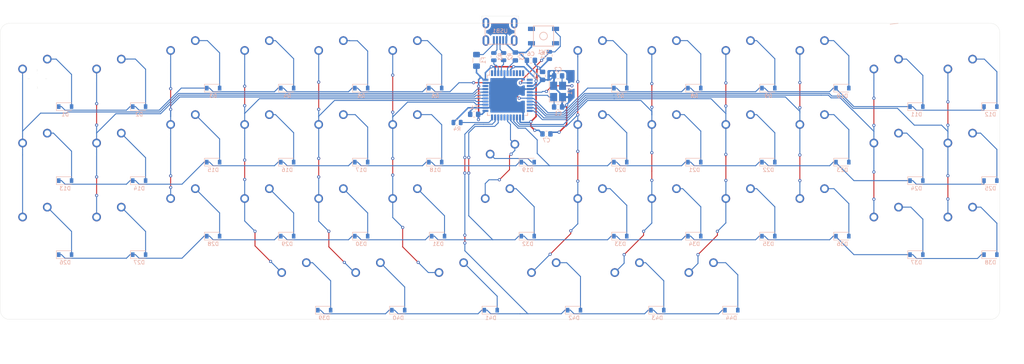
<source format=kicad_pcb>
(kicad_pcb (version 20171130) (host pcbnew "(5.1.2)-1")
  (layers (0 F.Cu signal) (31 B.Cu signal) (34 B.Paste user) (35 F.Paste user) (36 B.SilkS user) (37 F.SilkS user) (38 B.Mask user) (39 F.Mask user) (44 Edge.Cuts user))
  (net 0 "")
  (net 1 GND)
  (net 2 "Net-(C1-Pad1)")
  (net 3 "Net-(C2-Pad1)")
  (net 4 "Net-(C3-Pad1)")
  (net 5 +5V)
  (net 6 "Net-(D1-Pad2)")
  (net 7 row0)
  (net 8 "Net-(D2-Pad2)")
  (net 9 "Net-(D3-Pad2)")
  (net 10 "Net-(D4-Pad2)")
  (net 11 "Net-(D5-Pad2)")
  (net 12 "Net-(D6-Pad2)")
  (net 13 "Net-(D7-Pad2)")
  (net 14 "Net-(D8-Pad2)")
  (net 15 "Net-(D9-Pad2)")
  (net 16 "Net-(D10-Pad2)")
  (net 17 "Net-(D11-Pad2)")
  (net 18 "Net-(D12-Pad2)")
  (net 19 "Net-(D13-Pad2)")
  (net 20 row1)
  (net 21 "Net-(D14-Pad2)")
  (net 22 "Net-(D15-Pad2)")
  (net 23 "Net-(D16-Pad2)")
  (net 24 "Net-(D17-Pad2)")
  (net 25 "Net-(D18-Pad2)")
  (net 26 "Net-(D19-Pad2)")
  (net 27 "Net-(D20-Pad2)")
  (net 28 "Net-(D21-Pad2)")
  (net 29 "Net-(D22-Pad2)")
  (net 30 "Net-(D23-Pad2)")
  (net 31 "Net-(D24-Pad2)")
  (net 32 "Net-(D25-Pad2)")
  (net 33 "Net-(D26-Pad2)")
  (net 34 row2)
  (net 35 "Net-(D27-Pad2)")
  (net 36 "Net-(D28-Pad2)")
  (net 37 "Net-(D29-Pad2)")
  (net 38 "Net-(D30-Pad2)")
  (net 39 "Net-(D31-Pad2)")
  (net 40 "Net-(D32-Pad2)")
  (net 41 "Net-(D33-Pad2)")
  (net 42 "Net-(D34-Pad2)")
  (net 43 "Net-(D35-Pad2)")
  (net 44 "Net-(D36-Pad2)")
  (net 45 "Net-(D37-Pad2)")
  (net 46 "Net-(D38-Pad2)")
  (net 47 "Net-(D39-Pad2)")
  (net 48 row3)
  (net 49 "Net-(D40-Pad2)")
  (net 50 "Net-(D41-Pad2)")
  (net 51 "Net-(D42-Pad2)")
  (net 52 "Net-(D43-Pad2)")
  (net 53 "Net-(D44-Pad2)")
  (net 54 VCC)
  (net 55 col0)
  (net 56 col1)
  (net 57 col2)
  (net 58 col3)
  (net 59 col4)
  (net 60 col5)
  (net 61 col7)
  (net 62 col8)
  (net 63 col9)
  (net 64 col10)
  (net 65 col11)
  (net 66 col12)
  (net 67 col6)
  (net 68 "Net-(R1-Pad1)")
  (net 69 D+)
  (net 70 "Net-(R2-Pad1)")
  (net 71 D-)
  (net 72 "Net-(R3-Pad1)")
  (net 73 "Net-(R4-Pad2)")
  (net 74 "Net-(U1-Pad42)")
  (net 75 "Net-(U1-Pad30)")
  (net 76 "Net-(U1-Pad29)")
  (net 77 "Net-(U1-Pad12)")
  (net 78 "Net-(U1-Pad11)")
  (net 79 "Net-(U1-Pad10)")
  (net 80 "Net-(U1-Pad9)")
  (net 81 "Net-(U1-Pad8)")
  (net 82 "Net-(U1-Pad1)")
  (net 83 "Net-(USB1-Pad6)")
  (net 84 "Net-(USB1-Pad2)")
  (module MX_Only:MXOnly-1U-NoLED (layer F.Cu) (at 202.40625 126.20625)
    (fp_text reference MX44)
    (fp_text value MX-NoLED)
    (pad 2 thru_hole circle (at 2.54 -5.08) (size 2.25 2.25) (drill 1.47) (layers *.Cu B.Mask) (net 53 "Net-(D44-Pad2)"))
    (pad "" np_thru_hole circle (at 0 0) (size 3.9878 3.9878) (drill 3.9878) (layers *.Cu *.Mask))
    (pad 1 thru_hole circle (at -3.81 -2.54) (size 2.25 2.25) (drill 1.47) (layers *.Cu B.Mask) (net 63 col9))
    (pad "" np_thru_hole circle (at -5.08 0 48.0996) (size 1.75 1.75) (drill 1.75) (layers *.Cu *.Mask))
    (pad "" np_thru_hole circle (at 5.08 0 48.0996) (size 1.75 1.75) (drill 1.75) (layers *.Cu *.Mask))
  )
  (module MX_Only:MXOnly-1U-NoLED (layer F.Cu) (at 183.35625 126.20625)
    (fp_text reference MX43)
    (fp_text value MX-NoLED)
    (pad 2 thru_hole circle (at 2.54 -5.08) (size 2.25 2.25) (drill 1.47) (layers *.Cu B.Mask) (net 52 "Net-(D43-Pad2)"))
    (pad "" np_thru_hole circle (at 0 0) (size 3.9878 3.9878) (drill 3.9878) (layers *.Cu *.Mask))
    (pad 1 thru_hole circle (at -3.81 -2.54) (size 2.25 2.25) (drill 1.47) (layers *.Cu B.Mask) (net 62 col8))
    (pad "" np_thru_hole circle (at -5.08 0 48.0996) (size 1.75 1.75) (drill 1.75) (layers *.Cu *.Mask))
    (pad "" np_thru_hole circle (at 5.08 0 48.0996) (size 1.75 1.75) (drill 1.75) (layers *.Cu *.Mask))
  )
  (module MX_Only:MXOnly-1.25U-NoLED (layer F.Cu) (at 161.925 126.20625)
    (fp_text reference MX42)
    (fp_text value MX-NoLED)
    (pad 2 thru_hole circle (at 2.54 -5.08) (size 2.25 2.25) (drill 1.47) (layers *.Cu B.Mask) (net 51 "Net-(D42-Pad2)"))
    (pad "" np_thru_hole circle (at 0 0) (size 3.9878 3.9878) (drill 3.9878) (layers *.Cu *.Mask))
    (pad 1 thru_hole circle (at -3.81 -2.54) (size 2.25 2.25) (drill 1.47) (layers *.Cu B.Mask) (net 61 col7))
    (pad "" np_thru_hole circle (at -5.08 0 48.0996) (size 1.75 1.75) (drill 1.75) (layers *.Cu *.Mask))
    (pad "" np_thru_hole circle (at 5.08 0 48.0996) (size 1.75 1.75) (drill 1.75) (layers *.Cu *.Mask))
  )
  (module MX_Only:MXOnly-1.25U-NoLED (layer F.Cu) (at 138.1125 126.20625)
    (fp_text reference MX41)
    (fp_text value MX-NoLED)
    (pad 2 thru_hole circle (at 2.54 -5.08) (size 2.25 2.25) (drill 1.47) (layers *.Cu B.Mask) (net 50 "Net-(D41-Pad2)"))
    (pad "" np_thru_hole circle (at 0 0) (size 3.9878 3.9878) (drill 3.9878) (layers *.Cu *.Mask))
    (pad 1 thru_hole circle (at -3.81 -2.54) (size 2.25 2.25) (drill 1.47) (layers *.Cu B.Mask) (net 60 col5))
    (pad "" np_thru_hole circle (at -5.08 0 48.0996) (size 1.75 1.75) (drill 1.75) (layers *.Cu *.Mask))
    (pad "" np_thru_hole circle (at 5.08 0 48.0996) (size 1.75 1.75) (drill 1.75) (layers *.Cu *.Mask))
  )
  (module MX_Only:MXOnly-1U-NoLED (layer F.Cu) (at 116.68125 126.20625)
    (fp_text reference MX40)
    (fp_text value MX-NoLED)
    (pad 2 thru_hole circle (at 2.54 -5.08) (size 2.25 2.25) (drill 1.47) (layers *.Cu B.Mask) (net 49 "Net-(D40-Pad2)"))
    (pad "" np_thru_hole circle (at 0 0) (size 3.9878 3.9878) (drill 3.9878) (layers *.Cu *.Mask))
    (pad 1 thru_hole circle (at -3.81 -2.54) (size 2.25 2.25) (drill 1.47) (layers *.Cu B.Mask) (net 59 col4))
    (pad "" np_thru_hole circle (at -5.08 0 48.0996) (size 1.75 1.75) (drill 1.75) (layers *.Cu *.Mask))
    (pad "" np_thru_hole circle (at 5.08 0 48.0996) (size 1.75 1.75) (drill 1.75) (layers *.Cu *.Mask))
  )
  (module MX_Only:MXOnly-1U-NoLED (layer F.Cu) (at 97.63125 126.20625)
    (fp_text reference MX39)
    (fp_text value MX-NoLED)
    (pad 2 thru_hole circle (at 2.54 -5.08) (size 2.25 2.25) (drill 1.47) (layers *.Cu B.Mask) (net 47 "Net-(D39-Pad2)"))
    (pad "" np_thru_hole circle (at 0 0) (size 3.9878 3.9878) (drill 3.9878) (layers *.Cu *.Mask))
    (pad 1 thru_hole circle (at -3.81 -2.54) (size 2.25 2.25) (drill 1.47) (layers *.Cu B.Mask) (net 58 col3))
    (pad "" np_thru_hole circle (at -5.08 0 48.0996) (size 1.75 1.75) (drill 1.75) (layers *.Cu *.Mask))
    (pad "" np_thru_hole circle (at 5.08 0 48.0996) (size 1.75 1.75) (drill 1.75) (layers *.Cu *.Mask))
  )
  (module MX_Only:MXOnly-1U-NoLED (layer F.Cu) (at 269.08125 111.91875)
    (fp_text reference MX38)
    (fp_text value MX-NoLED)
    (pad 2 thru_hole circle (at 2.54 -5.08) (size 2.25 2.25) (drill 1.47) (layers *.Cu B.Mask) (net 46 "Net-(D38-Pad2)"))
    (pad "" np_thru_hole circle (at 0 0) (size 3.9878 3.9878) (drill 3.9878) (layers *.Cu *.Mask))
    (pad 1 thru_hole circle (at -3.81 -2.54) (size 2.25 2.25) (drill 1.47) (layers *.Cu B.Mask) (net 66 col12))
    (pad "" np_thru_hole circle (at -5.08 0 48.0996) (size 1.75 1.75) (drill 1.75) (layers *.Cu *.Mask))
    (pad "" np_thru_hole circle (at 5.08 0 48.0996) (size 1.75 1.75) (drill 1.75) (layers *.Cu *.Mask))
  )
  (module MX_Only:MXOnly-1U-NoLED (layer F.Cu) (at 250.03125 111.91875)
    (fp_text reference MX37)
    (fp_text value MX-NoLED)
    (pad 2 thru_hole circle (at 2.54 -5.08) (size 2.25 2.25) (drill 1.47) (layers *.Cu B.Mask) (net 45 "Net-(D37-Pad2)"))
    (pad "" np_thru_hole circle (at 0 0) (size 3.9878 3.9878) (drill 3.9878) (layers *.Cu *.Mask))
    (pad 1 thru_hole circle (at -3.81 -2.54) (size 2.25 2.25) (drill 1.47) (layers *.Cu B.Mask) (net 65 col11))
    (pad "" np_thru_hole circle (at -5.08 0 48.0996) (size 1.75 1.75) (drill 1.75) (layers *.Cu *.Mask))
    (pad "" np_thru_hole circle (at 5.08 0 48.0996) (size 1.75 1.75) (drill 1.75) (layers *.Cu *.Mask))
  )
  (module MX_Only:MXOnly-1U-NoLED (layer F.Cu) (at 230.98125 107.15625)
    (fp_text reference MX36)
    (fp_text value MX-NoLED)
    (pad 2 thru_hole circle (at 2.54 -5.08) (size 2.25 2.25) (drill 1.47) (layers *.Cu B.Mask) (net 44 "Net-(D36-Pad2)"))
    (pad "" np_thru_hole circle (at 0 0) (size 3.9878 3.9878) (drill 3.9878) (layers *.Cu *.Mask))
    (pad 1 thru_hole circle (at -3.81 -2.54) (size 2.25 2.25) (drill 1.47) (layers *.Cu B.Mask) (net 64 col10))
    (pad "" np_thru_hole circle (at -5.08 0 48.0996) (size 1.75 1.75) (drill 1.75) (layers *.Cu *.Mask))
    (pad "" np_thru_hole circle (at 5.08 0 48.0996) (size 1.75 1.75) (drill 1.75) (layers *.Cu *.Mask))
  )
  (module MX_Only:MXOnly-1U-NoLED (layer F.Cu) (at 211.93125 107.15625)
    (fp_text reference MX35)
    (fp_text value MX-NoLED)
    (pad 2 thru_hole circle (at 2.54 -5.08) (size 2.25 2.25) (drill 1.47) (layers *.Cu B.Mask) (net 43 "Net-(D35-Pad2)"))
    (pad "" np_thru_hole circle (at 0 0) (size 3.9878 3.9878) (drill 3.9878) (layers *.Cu *.Mask))
    (pad 1 thru_hole circle (at -3.81 -2.54) (size 2.25 2.25) (drill 1.47) (layers *.Cu B.Mask) (net 63 col9))
    (pad "" np_thru_hole circle (at -5.08 0 48.0996) (size 1.75 1.75) (drill 1.75) (layers *.Cu *.Mask))
    (pad "" np_thru_hole circle (at 5.08 0 48.0996) (size 1.75 1.75) (drill 1.75) (layers *.Cu *.Mask))
  )
  (module MX_Only:MXOnly-1U-NoLED (layer F.Cu) (at 192.88125 107.15625)
    (fp_text reference MX34)
    (fp_text value MX-NoLED)
    (pad 2 thru_hole circle (at 2.54 -5.08) (size 2.25 2.25) (drill 1.47) (layers *.Cu B.Mask) (net 42 "Net-(D34-Pad2)"))
    (pad "" np_thru_hole circle (at 0 0) (size 3.9878 3.9878) (drill 3.9878) (layers *.Cu *.Mask))
    (pad 1 thru_hole circle (at -3.81 -2.54) (size 2.25 2.25) (drill 1.47) (layers *.Cu B.Mask) (net 62 col8))
    (pad "" np_thru_hole circle (at -5.08 0 48.0996) (size 1.75 1.75) (drill 1.75) (layers *.Cu *.Mask))
    (pad "" np_thru_hole circle (at 5.08 0 48.0996) (size 1.75 1.75) (drill 1.75) (layers *.Cu *.Mask))
  )
  (module MX_Only:MXOnly-1U-NoLED (layer F.Cu) (at 173.83125 107.15625)
    (fp_text reference MX33)
    (fp_text value MX-NoLED)
    (pad 2 thru_hole circle (at 2.54 -5.08) (size 2.25 2.25) (drill 1.47) (layers *.Cu B.Mask) (net 41 "Net-(D33-Pad2)"))
    (pad "" np_thru_hole circle (at 0 0) (size 3.9878 3.9878) (drill 3.9878) (layers *.Cu *.Mask))
    (pad 1 thru_hole circle (at -3.81 -2.54) (size 2.25 2.25) (drill 1.47) (layers *.Cu B.Mask) (net 61 col7))
    (pad "" np_thru_hole circle (at -5.08 0 48.0996) (size 1.75 1.75) (drill 1.75) (layers *.Cu *.Mask))
    (pad "" np_thru_hole circle (at 5.08 0 48.0996) (size 1.75 1.75) (drill 1.75) (layers *.Cu *.Mask))
  )
  (module MX_Only:MXOnly-1U-NoLED (layer F.Cu) (at 150.01875 107.15625)
    (fp_text reference MX32)
    (fp_text value MX-NoLED)
    (pad 2 thru_hole circle (at 2.54 -5.08) (size 2.25 2.25) (drill 1.47) (layers *.Cu B.Mask) (net 40 "Net-(D32-Pad2)"))
    (pad "" np_thru_hole circle (at 0 0) (size 3.9878 3.9878) (drill 3.9878) (layers *.Cu *.Mask))
    (pad 1 thru_hole circle (at -3.81 -2.54) (size 2.25 2.25) (drill 1.47) (layers *.Cu B.Mask) (net 67 col6))
    (pad "" np_thru_hole circle (at -5.08 0 48.0996) (size 1.75 1.75) (drill 1.75) (layers *.Cu *.Mask))
    (pad "" np_thru_hole circle (at 5.08 0 48.0996) (size 1.75 1.75) (drill 1.75) (layers *.Cu *.Mask))
  )
  (module MX_Only:MXOnly-1U-NoLED (layer F.Cu) (at 126.20625 107.15625)
    (fp_text reference MX31)
    (fp_text value MX-NoLED)
    (pad 2 thru_hole circle (at 2.54 -5.08) (size 2.25 2.25) (drill 1.47) (layers *.Cu B.Mask) (net 39 "Net-(D31-Pad2)"))
    (pad "" np_thru_hole circle (at 0 0) (size 3.9878 3.9878) (drill 3.9878) (layers *.Cu *.Mask))
    (pad 1 thru_hole circle (at -3.81 -2.54) (size 2.25 2.25) (drill 1.47) (layers *.Cu B.Mask) (net 60 col5))
    (pad "" np_thru_hole circle (at -5.08 0 48.0996) (size 1.75 1.75) (drill 1.75) (layers *.Cu *.Mask))
    (pad "" np_thru_hole circle (at 5.08 0 48.0996) (size 1.75 1.75) (drill 1.75) (layers *.Cu *.Mask))
  )
  (module MX_Only:MXOnly-1U-NoLED (layer F.Cu) (at 107.15625 107.15625)
    (fp_text reference MX30)
    (fp_text value MX-NoLED)
    (pad 2 thru_hole circle (at 2.54 -5.08) (size 2.25 2.25) (drill 1.47) (layers *.Cu B.Mask) (net 38 "Net-(D30-Pad2)"))
    (pad "" np_thru_hole circle (at 0 0) (size 3.9878 3.9878) (drill 3.9878) (layers *.Cu *.Mask))
    (pad 1 thru_hole circle (at -3.81 -2.54) (size 2.25 2.25) (drill 1.47) (layers *.Cu B.Mask) (net 59 col4))
    (pad "" np_thru_hole circle (at -5.08 0 48.0996) (size 1.75 1.75) (drill 1.75) (layers *.Cu *.Mask))
    (pad "" np_thru_hole circle (at 5.08 0 48.0996) (size 1.75 1.75) (drill 1.75) (layers *.Cu *.Mask))
  )
  (module MX_Only:MXOnly-1U-NoLED (layer F.Cu) (at 88.10625 107.15625)
    (fp_text reference MX29)
    (fp_text value MX-NoLED)
    (pad 2 thru_hole circle (at 2.54 -5.08) (size 2.25 2.25) (drill 1.47) (layers *.Cu B.Mask) (net 37 "Net-(D29-Pad2)"))
    (pad "" np_thru_hole circle (at 0 0) (size 3.9878 3.9878) (drill 3.9878) (layers *.Cu *.Mask))
    (pad 1 thru_hole circle (at -3.81 -2.54) (size 2.25 2.25) (drill 1.47) (layers *.Cu B.Mask) (net 58 col3))
    (pad "" np_thru_hole circle (at -5.08 0 48.0996) (size 1.75 1.75) (drill 1.75) (layers *.Cu *.Mask))
    (pad "" np_thru_hole circle (at 5.08 0 48.0996) (size 1.75 1.75) (drill 1.75) (layers *.Cu *.Mask))
  )
  (module MX_Only:MXOnly-1U-NoLED (layer F.Cu) (at 69.05625 107.15625)
    (fp_text reference MX28)
    (fp_text value MX-NoLED)
    (pad 2 thru_hole circle (at 2.54 -5.08) (size 2.25 2.25) (drill 1.47) (layers *.Cu B.Mask) (net 36 "Net-(D28-Pad2)"))
    (pad "" np_thru_hole circle (at 0 0) (size 3.9878 3.9878) (drill 3.9878) (layers *.Cu *.Mask))
    (pad 1 thru_hole circle (at -3.81 -2.54) (size 2.25 2.25) (drill 1.47) (layers *.Cu B.Mask) (net 57 col2))
    (pad "" np_thru_hole circle (at -5.08 0 48.0996) (size 1.75 1.75) (drill 1.75) (layers *.Cu *.Mask))
    (pad "" np_thru_hole circle (at 5.08 0 48.0996) (size 1.75 1.75) (drill 1.75) (layers *.Cu *.Mask))
  )
  (module MX_Only:MXOnly-1U-NoLED (layer F.Cu) (at 50.00625 111.91875)
    (fp_text reference MX27)
    (fp_text value MX-NoLED)
    (pad 2 thru_hole circle (at 2.54 -5.08) (size 2.25 2.25) (drill 1.47) (layers *.Cu B.Mask) (net 35 "Net-(D27-Pad2)"))
    (pad "" np_thru_hole circle (at 0 0) (size 3.9878 3.9878) (drill 3.9878) (layers *.Cu *.Mask))
    (pad 1 thru_hole circle (at -3.81 -2.54) (size 2.25 2.25) (drill 1.47) (layers *.Cu B.Mask) (net 56 col1))
    (pad "" np_thru_hole circle (at -5.08 0 48.0996) (size 1.75 1.75) (drill 1.75) (layers *.Cu *.Mask))
    (pad "" np_thru_hole circle (at 5.08 0 48.0996) (size 1.75 1.75) (drill 1.75) (layers *.Cu *.Mask))
  )
  (module MX_Only:MXOnly-1U-NoLED (layer F.Cu) (at 30.95625 111.91875)
    (fp_text reference MX26)
    (fp_text value MX-NoLED)
    (pad 2 thru_hole circle (at 2.54 -5.08) (size 2.25 2.25) (drill 1.47) (layers *.Cu B.Mask) (net 33 "Net-(D26-Pad2)"))
    (pad "" np_thru_hole circle (at 0 0) (size 3.9878 3.9878) (drill 3.9878) (layers *.Cu *.Mask))
    (pad 1 thru_hole circle (at -3.81 -2.54) (size 2.25 2.25) (drill 1.47) (layers *.Cu B.Mask) (net 55 col0))
    (pad "" np_thru_hole circle (at -5.08 0 48.0996) (size 1.75 1.75) (drill 1.75) (layers *.Cu *.Mask))
    (pad "" np_thru_hole circle (at 5.08 0 48.0996) (size 1.75 1.75) (drill 1.75) (layers *.Cu *.Mask))
  )
  (module MX_Only:MXOnly-1U-NoLED (layer F.Cu) (at 269.08125 92.86875)
    (fp_text reference MX25)
    (fp_text value MX-NoLED)
    (pad 2 thru_hole circle (at 2.54 -5.08) (size 2.25 2.25) (drill 1.47) (layers *.Cu B.Mask) (net 32 "Net-(D25-Pad2)"))
    (pad "" np_thru_hole circle (at 0 0) (size 3.9878 3.9878) (drill 3.9878) (layers *.Cu *.Mask))
    (pad 1 thru_hole circle (at -3.81 -2.54) (size 2.25 2.25) (drill 1.47) (layers *.Cu B.Mask) (net 66 col12))
    (pad "" np_thru_hole circle (at -5.08 0 48.0996) (size 1.75 1.75) (drill 1.75) (layers *.Cu *.Mask))
    (pad "" np_thru_hole circle (at 5.08 0 48.0996) (size 1.75 1.75) (drill 1.75) (layers *.Cu *.Mask))
  )
  (module MX_Only:MXOnly-1U-NoLED (layer F.Cu) (at 250.03125 92.86875)
    (fp_text reference MX24)
    (fp_text value MX-NoLED)
    (pad 2 thru_hole circle (at 2.54 -5.08) (size 2.25 2.25) (drill 1.47) (layers *.Cu B.Mask) (net 31 "Net-(D24-Pad2)"))
    (pad "" np_thru_hole circle (at 0 0) (size 3.9878 3.9878) (drill 3.9878) (layers *.Cu *.Mask))
    (pad 1 thru_hole circle (at -3.81 -2.54) (size 2.25 2.25) (drill 1.47) (layers *.Cu B.Mask) (net 65 col11))
    (pad "" np_thru_hole circle (at -5.08 0 48.0996) (size 1.75 1.75) (drill 1.75) (layers *.Cu *.Mask))
    (pad "" np_thru_hole circle (at 5.08 0 48.0996) (size 1.75 1.75) (drill 1.75) (layers *.Cu *.Mask))
  )
  (module MX_Only:MXOnly-1U-NoLED (layer F.Cu) (at 230.98125 88.10625)
    (fp_text reference MX23)
    (fp_text value MX-NoLED)
    (pad 2 thru_hole circle (at 2.54 -5.08) (size 2.25 2.25) (drill 1.47) (layers *.Cu B.Mask) (net 30 "Net-(D23-Pad2)"))
    (pad "" np_thru_hole circle (at 0 0) (size 3.9878 3.9878) (drill 3.9878) (layers *.Cu *.Mask))
    (pad 1 thru_hole circle (at -3.81 -2.54) (size 2.25 2.25) (drill 1.47) (layers *.Cu B.Mask) (net 64 col10))
    (pad "" np_thru_hole circle (at -5.08 0 48.0996) (size 1.75 1.75) (drill 1.75) (layers *.Cu *.Mask))
    (pad "" np_thru_hole circle (at 5.08 0 48.0996) (size 1.75 1.75) (drill 1.75) (layers *.Cu *.Mask))
  )
  (module MX_Only:MXOnly-1U-NoLED (layer F.Cu) (at 211.93125 88.10625)
    (fp_text reference MX22)
    (fp_text value MX-NoLED)
    (pad 2 thru_hole circle (at 2.54 -5.08) (size 2.25 2.25) (drill 1.47) (layers *.Cu B.Mask) (net 29 "Net-(D22-Pad2)"))
    (pad "" np_thru_hole circle (at 0 0) (size 3.9878 3.9878) (drill 3.9878) (layers *.Cu *.Mask))
    (pad 1 thru_hole circle (at -3.81 -2.54) (size 2.25 2.25) (drill 1.47) (layers *.Cu B.Mask) (net 63 col9))
    (pad "" np_thru_hole circle (at -5.08 0 48.0996) (size 1.75 1.75) (drill 1.75) (layers *.Cu *.Mask))
    (pad "" np_thru_hole circle (at 5.08 0 48.0996) (size 1.75 1.75) (drill 1.75) (layers *.Cu *.Mask))
  )
  (module MX_Only:MXOnly-1U-NoLED (layer F.Cu) (at 192.88125 88.10625)
    (fp_text reference MX21)
    (fp_text value MX-NoLED)
    (pad 2 thru_hole circle (at 2.54 -5.08) (size 2.25 2.25) (drill 1.47) (layers *.Cu B.Mask) (net 28 "Net-(D21-Pad2)"))
    (pad "" np_thru_hole circle (at 0 0) (size 3.9878 3.9878) (drill 3.9878) (layers *.Cu *.Mask))
    (pad 1 thru_hole circle (at -3.81 -2.54) (size 2.25 2.25) (drill 1.47) (layers *.Cu B.Mask) (net 62 col8))
    (pad "" np_thru_hole circle (at -5.08 0 48.0996) (size 1.75 1.75) (drill 1.75) (layers *.Cu *.Mask))
    (pad "" np_thru_hole circle (at 5.08 0 48.0996) (size 1.75 1.75) (drill 1.75) (layers *.Cu *.Mask))
  )
  (module MX_Only:MXOnly-1U-NoLED (layer F.Cu) (at 173.83125 88.10625)
    (fp_text reference MX20)
    (fp_text value MX-NoLED)
    (pad 2 thru_hole circle (at 2.54 -5.08) (size 2.25 2.25) (drill 1.47) (layers *.Cu B.Mask) (net 27 "Net-(D20-Pad2)"))
    (pad "" np_thru_hole circle (at 0 0) (size 3.9878 3.9878) (drill 3.9878) (layers *.Cu *.Mask))
    (pad 1 thru_hole circle (at -3.81 -2.54) (size 2.25 2.25) (drill 1.47) (layers *.Cu B.Mask) (net 61 col7))
    (pad "" np_thru_hole circle (at -5.08 0 48.0996) (size 1.75 1.75) (drill 1.75) (layers *.Cu *.Mask))
    (pad "" np_thru_hole circle (at 5.08 0 48.0996) (size 1.75 1.75) (drill 1.75) (layers *.Cu *.Mask))
  )
  (module MX_Only:MXOnly-1U-NoLED (layer F.Cu) (at 150.01875 88.10625 180)
    (fp_text reference MX19)
    (fp_text value MX-NoLED)
    (pad 2 thru_hole circle (at 2.54 -5.08 180) (size 2.25 2.25) (drill 1.47) (layers *.Cu B.Mask) (net 26 "Net-(D19-Pad2)"))
    (pad "" np_thru_hole circle (at 0 0 180) (size 3.9878 3.9878) (drill 3.9878) (layers *.Cu *.Mask))
    (pad 1 thru_hole circle (at -3.81 -2.54 180) (size 2.25 2.25) (drill 1.47) (layers *.Cu B.Mask) (net 67 col6))
    (pad "" np_thru_hole circle (at -5.08 0 228.0996) (size 1.75 1.75) (drill 1.75) (layers *.Cu *.Mask))
    (pad "" np_thru_hole circle (at 5.08 0 228.0996) (size 1.75 1.75) (drill 1.75) (layers *.Cu *.Mask))
  )
  (module MX_Only:MXOnly-1U-NoLED (layer F.Cu) (at 126.20625 88.10625)
    (fp_text reference MX18)
    (fp_text value MX-NoLED)
    (pad 2 thru_hole circle (at 2.54 -5.08) (size 2.25 2.25) (drill 1.47) (layers *.Cu B.Mask) (net 25 "Net-(D18-Pad2)"))
    (pad "" np_thru_hole circle (at 0 0) (size 3.9878 3.9878) (drill 3.9878) (layers *.Cu *.Mask))
    (pad 1 thru_hole circle (at -3.81 -2.54) (size 2.25 2.25) (drill 1.47) (layers *.Cu B.Mask) (net 60 col5))
    (pad "" np_thru_hole circle (at -5.08 0 48.0996) (size 1.75 1.75) (drill 1.75) (layers *.Cu *.Mask))
    (pad "" np_thru_hole circle (at 5.08 0 48.0996) (size 1.75 1.75) (drill 1.75) (layers *.Cu *.Mask))
  )
  (module MX_Only:MXOnly-1U-NoLED (layer F.Cu) (at 107.15625 88.10625)
    (fp_text reference MX17)
    (fp_text value MX-NoLED)
    (pad 2 thru_hole circle (at 2.54 -5.08) (size 2.25 2.25) (drill 1.47) (layers *.Cu B.Mask) (net 24 "Net-(D17-Pad2)"))
    (pad "" np_thru_hole circle (at 0 0) (size 3.9878 3.9878) (drill 3.9878) (layers *.Cu *.Mask))
    (pad 1 thru_hole circle (at -3.81 -2.54) (size 2.25 2.25) (drill 1.47) (layers *.Cu B.Mask) (net 59 col4))
    (pad "" np_thru_hole circle (at -5.08 0 48.0996) (size 1.75 1.75) (drill 1.75) (layers *.Cu *.Mask))
    (pad "" np_thru_hole circle (at 5.08 0 48.0996) (size 1.75 1.75) (drill 1.75) (layers *.Cu *.Mask))
  )
  (module MX_Only:MXOnly-1U-NoLED (layer F.Cu) (at 88.10625 88.10625)
    (fp_text reference MX16)
    (fp_text value MX-NoLED)
    (pad 2 thru_hole circle (at 2.54 -5.08) (size 2.25 2.25) (drill 1.47) (layers *.Cu B.Mask) (net 23 "Net-(D16-Pad2)"))
    (pad "" np_thru_hole circle (at 0 0) (size 3.9878 3.9878) (drill 3.9878) (layers *.Cu *.Mask))
    (pad 1 thru_hole circle (at -3.81 -2.54) (size 2.25 2.25) (drill 1.47) (layers *.Cu B.Mask) (net 58 col3))
    (pad "" np_thru_hole circle (at -5.08 0 48.0996) (size 1.75 1.75) (drill 1.75) (layers *.Cu *.Mask))
    (pad "" np_thru_hole circle (at 5.08 0 48.0996) (size 1.75 1.75) (drill 1.75) (layers *.Cu *.Mask))
  )
  (module MX_Only:MXOnly-1U-NoLED (layer F.Cu) (at 69.05625 88.10625)
    (fp_text reference MX15)
    (fp_text value MX-NoLED)
    (pad 2 thru_hole circle (at 2.54 -5.08) (size 2.25 2.25) (drill 1.47) (layers *.Cu B.Mask) (net 22 "Net-(D15-Pad2)"))
    (pad "" np_thru_hole circle (at 0 0) (size 3.9878 3.9878) (drill 3.9878) (layers *.Cu *.Mask))
    (pad 1 thru_hole circle (at -3.81 -2.54) (size 2.25 2.25) (drill 1.47) (layers *.Cu B.Mask) (net 57 col2))
    (pad "" np_thru_hole circle (at -5.08 0 48.0996) (size 1.75 1.75) (drill 1.75) (layers *.Cu *.Mask))
    (pad "" np_thru_hole circle (at 5.08 0 48.0996) (size 1.75 1.75) (drill 1.75) (layers *.Cu *.Mask))
  )
  (module MX_Only:MXOnly-1U-NoLED (layer F.Cu) (at 50.00625 92.86875)
    (fp_text reference MX14)
    (fp_text value MX-NoLED)
    (pad 2 thru_hole circle (at 2.54 -5.08) (size 2.25 2.25) (drill 1.47) (layers *.Cu B.Mask) (net 21 "Net-(D14-Pad2)"))
    (pad "" np_thru_hole circle (at 0 0) (size 3.9878 3.9878) (drill 3.9878) (layers *.Cu *.Mask))
    (pad 1 thru_hole circle (at -3.81 -2.54) (size 2.25 2.25) (drill 1.47) (layers *.Cu B.Mask) (net 56 col1))
    (pad "" np_thru_hole circle (at -5.08 0 48.0996) (size 1.75 1.75) (drill 1.75) (layers *.Cu *.Mask))
    (pad "" np_thru_hole circle (at 5.08 0 48.0996) (size 1.75 1.75) (drill 1.75) (layers *.Cu *.Mask))
  )
  (module MX_Only:MXOnly-1U-NoLED (layer F.Cu) (at 30.95625 92.86875)
    (fp_text reference MX13)
    (fp_text value MX-NoLED)
    (pad 2 thru_hole circle (at 2.54 -5.08) (size 2.25 2.25) (drill 1.47) (layers *.Cu B.Mask) (net 19 "Net-(D13-Pad2)"))
    (pad "" np_thru_hole circle (at 0 0) (size 3.9878 3.9878) (drill 3.9878) (layers *.Cu *.Mask))
    (pad 1 thru_hole circle (at -3.81 -2.54) (size 2.25 2.25) (drill 1.47) (layers *.Cu B.Mask) (net 55 col0))
    (pad "" np_thru_hole circle (at -5.08 0 48.0996) (size 1.75 1.75) (drill 1.75) (layers *.Cu *.Mask))
    (pad "" np_thru_hole circle (at 5.08 0 48.0996) (size 1.75 1.75) (drill 1.75) (layers *.Cu *.Mask))
  )
  (module MX_Only:MXOnly-1U-NoLED (layer F.Cu) (at 269.08125 73.81875)
    (fp_text reference MX12)
    (fp_text value MX-NoLED)
    (pad 2 thru_hole circle (at 2.54 -5.08) (size 2.25 2.25) (drill 1.47) (layers *.Cu B.Mask) (net 18 "Net-(D12-Pad2)"))
    (pad "" np_thru_hole circle (at 0 0) (size 3.9878 3.9878) (drill 3.9878) (layers *.Cu *.Mask))
    (pad 1 thru_hole circle (at -3.81 -2.54) (size 2.25 2.25) (drill 1.47) (layers *.Cu B.Mask) (net 66 col12))
    (pad "" np_thru_hole circle (at -5.08 0 48.0996) (size 1.75 1.75) (drill 1.75) (layers *.Cu *.Mask))
    (pad "" np_thru_hole circle (at 5.08 0 48.0996) (size 1.75 1.75) (drill 1.75) (layers *.Cu *.Mask))
  )
  (module MX_Only:MXOnly-1U-NoLED (layer F.Cu) (at 250.03125 73.81875)
    (fp_text reference MX11)
    (fp_text value MX-NoLED)
    (pad 2 thru_hole circle (at 2.54 -5.08) (size 2.25 2.25) (drill 1.47) (layers *.Cu B.Mask) (net 17 "Net-(D11-Pad2)"))
    (pad "" np_thru_hole circle (at 0 0) (size 3.9878 3.9878) (drill 3.9878) (layers *.Cu *.Mask))
    (pad 1 thru_hole circle (at -3.81 -2.54) (size 2.25 2.25) (drill 1.47) (layers *.Cu B.Mask) (net 65 col11))
    (pad "" np_thru_hole circle (at -5.08 0 48.0996) (size 1.75 1.75) (drill 1.75) (layers *.Cu *.Mask))
    (pad "" np_thru_hole circle (at 5.08 0 48.0996) (size 1.75 1.75) (drill 1.75) (layers *.Cu *.Mask))
  )
  (module MX_Only:MXOnly-1U-NoLED (layer F.Cu) (at 230.98125 69.05625)
    (fp_text reference MX10)
    (fp_text value MX-NoLED)
    (pad 2 thru_hole circle (at 2.54 -5.08) (size 2.25 2.25) (drill 1.47) (layers *.Cu B.Mask) (net 16 "Net-(D10-Pad2)"))
    (pad "" np_thru_hole circle (at 0 0) (size 3.9878 3.9878) (drill 3.9878) (layers *.Cu *.Mask))
    (pad 1 thru_hole circle (at -3.81 -2.54) (size 2.25 2.25) (drill 1.47) (layers *.Cu B.Mask) (net 64 col10))
    (pad "" np_thru_hole circle (at -5.08 0 48.0996) (size 1.75 1.75) (drill 1.75) (layers *.Cu *.Mask))
    (pad "" np_thru_hole circle (at 5.08 0 48.0996) (size 1.75 1.75) (drill 1.75) (layers *.Cu *.Mask))
  )
  (module MX_Only:MXOnly-1U-NoLED (layer F.Cu) (at 211.93125 69.05625)
    (fp_text reference MX9)
    (fp_text value MX-NoLED)
    (pad 2 thru_hole circle (at 2.54 -5.08) (size 2.25 2.25) (drill 1.47) (layers *.Cu B.Mask) (net 15 "Net-(D9-Pad2)"))
    (pad "" np_thru_hole circle (at 0 0) (size 3.9878 3.9878) (drill 3.9878) (layers *.Cu *.Mask))
    (pad 1 thru_hole circle (at -3.81 -2.54) (size 2.25 2.25) (drill 1.47) (layers *.Cu B.Mask) (net 63 col9))
    (pad "" np_thru_hole circle (at -5.08 0 48.0996) (size 1.75 1.75) (drill 1.75) (layers *.Cu *.Mask))
    (pad "" np_thru_hole circle (at 5.08 0 48.0996) (size 1.75 1.75) (drill 1.75) (layers *.Cu *.Mask))
  )
  (module MX_Only:MXOnly-1U-NoLED (layer F.Cu) (at 192.88125 69.05625)
    (fp_text reference MX8)
    (fp_text value MX-NoLED)
    (pad 2 thru_hole circle (at 2.54 -5.08) (size 2.25 2.25) (drill 1.47) (layers *.Cu B.Mask) (net 14 "Net-(D8-Pad2)"))
    (pad "" np_thru_hole circle (at 0 0) (size 3.9878 3.9878) (drill 3.9878) (layers *.Cu *.Mask))
    (pad 1 thru_hole circle (at -3.81 -2.54) (size 2.25 2.25) (drill 1.47) (layers *.Cu B.Mask) (net 62 col8))
    (pad "" np_thru_hole circle (at -5.08 0 48.0996) (size 1.75 1.75) (drill 1.75) (layers *.Cu *.Mask))
    (pad "" np_thru_hole circle (at 5.08 0 48.0996) (size 1.75 1.75) (drill 1.75) (layers *.Cu *.Mask))
  )
  (module MX_Only:MXOnly-1U-NoLED (layer F.Cu) (at 173.83125 69.05625)
    (fp_text reference MX7)
    (fp_text value MX-NoLED)
    (pad 2 thru_hole circle (at 2.54 -5.08) (size 2.25 2.25) (drill 1.47) (layers *.Cu B.Mask) (net 13 "Net-(D7-Pad2)"))
    (pad "" np_thru_hole circle (at 0 0) (size 3.9878 3.9878) (drill 3.9878) (layers *.Cu *.Mask))
    (pad 1 thru_hole circle (at -3.81 -2.54) (size 2.25 2.25) (drill 1.47) (layers *.Cu B.Mask) (net 61 col7))
    (pad "" np_thru_hole circle (at -5.08 0 48.0996) (size 1.75 1.75) (drill 1.75) (layers *.Cu *.Mask))
    (pad "" np_thru_hole circle (at 5.08 0 48.0996) (size 1.75 1.75) (drill 1.75) (layers *.Cu *.Mask))
  )
  (module MX_Only:MXOnly-1U-NoLED (layer F.Cu) (at 126.20625 69.05625)
    (fp_text reference MX6)
    (fp_text value MX-NoLED)
    (pad 2 thru_hole circle (at 2.54 -5.08) (size 2.25 2.25) (drill 1.47) (layers *.Cu B.Mask) (net 12 "Net-(D6-Pad2)"))
    (pad "" np_thru_hole circle (at 0 0) (size 3.9878 3.9878) (drill 3.9878) (layers *.Cu *.Mask))
    (pad 1 thru_hole circle (at -3.81 -2.54) (size 2.25 2.25) (drill 1.47) (layers *.Cu B.Mask) (net 60 col5))
    (pad "" np_thru_hole circle (at -5.08 0 48.0996) (size 1.75 1.75) (drill 1.75) (layers *.Cu *.Mask))
    (pad "" np_thru_hole circle (at 5.08 0 48.0996) (size 1.75 1.75) (drill 1.75) (layers *.Cu *.Mask))
  )
  (module MX_Only:MXOnly-1U-NoLED (layer F.Cu) (at 107.15625 69.05625)
    (fp_text reference MX5)
    (fp_text value MX-NoLED)
    (pad 2 thru_hole circle (at 2.54 -5.08) (size 2.25 2.25) (drill 1.47) (layers *.Cu B.Mask) (net 11 "Net-(D5-Pad2)"))
    (pad "" np_thru_hole circle (at 0 0) (size 3.9878 3.9878) (drill 3.9878) (layers *.Cu *.Mask))
    (pad 1 thru_hole circle (at -3.81 -2.54) (size 2.25 2.25) (drill 1.47) (layers *.Cu B.Mask) (net 59 col4))
    (pad "" np_thru_hole circle (at -5.08 0 48.0996) (size 1.75 1.75) (drill 1.75) (layers *.Cu *.Mask))
    (pad "" np_thru_hole circle (at 5.08 0 48.0996) (size 1.75 1.75) (drill 1.75) (layers *.Cu *.Mask))
  )
  (module MX_Only:MXOnly-1U-NoLED (layer F.Cu) (at 88.10625 69.05625)
    (fp_text reference MX4)
    (fp_text value MX-NoLED)
    (pad 2 thru_hole circle (at 2.54 -5.08) (size 2.25 2.25) (drill 1.47) (layers *.Cu B.Mask) (net 10 "Net-(D4-Pad2)"))
    (pad "" np_thru_hole circle (at 0 0) (size 3.9878 3.9878) (drill 3.9878) (layers *.Cu *.Mask))
    (pad 1 thru_hole circle (at -3.81 -2.54) (size 2.25 2.25) (drill 1.47) (layers *.Cu B.Mask) (net 58 col3))
    (pad "" np_thru_hole circle (at -5.08 0 48.0996) (size 1.75 1.75) (drill 1.75) (layers *.Cu *.Mask))
    (pad "" np_thru_hole circle (at 5.08 0 48.0996) (size 1.75 1.75) (drill 1.75) (layers *.Cu *.Mask))
  )
  (module MX_Only:MXOnly-1U-NoLED (layer F.Cu) (at 69.05625 69.05625)
    (fp_text reference MX3)
    (fp_text value MX-NoLED)
    (pad 2 thru_hole circle (at 2.54 -5.08) (size 2.25 2.25) (drill 1.47) (layers *.Cu B.Mask) (net 9 "Net-(D3-Pad2)"))
    (pad "" np_thru_hole circle (at 0 0) (size 3.9878 3.9878) (drill 3.9878) (layers *.Cu *.Mask))
    (pad 1 thru_hole circle (at -3.81 -2.54) (size 2.25 2.25) (drill 1.47) (layers *.Cu B.Mask) (net 57 col2))
    (pad "" np_thru_hole circle (at -5.08 0 48.0996) (size 1.75 1.75) (drill 1.75) (layers *.Cu *.Mask))
    (pad "" np_thru_hole circle (at 5.08 0 48.0996) (size 1.75 1.75) (drill 1.75) (layers *.Cu *.Mask))
  )
  (module MX_Only:MXOnly-1U-NoLED (layer F.Cu) (at 50.00625 73.81875)
    (fp_text reference MX2)
    (fp_text value MX-NoLED)
    (pad 2 thru_hole circle (at 2.54 -5.08) (size 2.25 2.25) (drill 1.47) (layers *.Cu B.Mask) (net 8 "Net-(D2-Pad2)"))
    (pad "" np_thru_hole circle (at 0 0) (size 3.9878 3.9878) (drill 3.9878) (layers *.Cu *.Mask))
    (pad 1 thru_hole circle (at -3.81 -2.54) (size 2.25 2.25) (drill 1.47) (layers *.Cu B.Mask) (net 56 col1))
    (pad "" np_thru_hole circle (at -5.08 0 48.0996) (size 1.75 1.75) (drill 1.75) (layers *.Cu *.Mask))
    (pad "" np_thru_hole circle (at 5.08 0 48.0996) (size 1.75 1.75) (drill 1.75) (layers *.Cu *.Mask))
  )
  (module MX_Only:MXOnly-1U-NoLED (layer F.Cu) (at 30.95625 73.81875)
    (fp_text reference MX1)
    (fp_text value MX-NoLED)
    (pad 2 thru_hole circle (at 2.54 -5.08) (size 2.25 2.25) (drill 1.47) (layers *.Cu B.Mask) (net 6 "Net-(D1-Pad2)"))
    (pad "" np_thru_hole circle (at 0 0) (size 3.9878 3.9878) (drill 3.9878) (layers *.Cu *.Mask))
    (pad 1 thru_hole circle (at -3.81 -2.54) (size 2.25 2.25) (drill 1.47) (layers *.Cu B.Mask) (net 55 col0))
    (pad "" np_thru_hole circle (at -5.08 0 48.0996) (size 1.75 1.75) (drill 1.75) (layers *.Cu *.Mask))
    (pad "" np_thru_hole circle (at 5.08 0 48.0996) (size 1.75 1.75) (drill 1.75) (layers *.Cu *.Mask))
  )
  (module Crystal:Crystal_SMD_3225-4Pin_3.2x2.5mm_HandSoldering (layer B.Cu) (at 164.95625 77.05625 90)
    (fp_text reference Y1 (at 0 3.05 270) (layer B.SilkS) (effects (justify mirror)))
    (fp_text value 16MHz)
    (pad 4 smd rect (at -1.45 1.15 90) (size 2.1 1.8) (layers B.Cu B.Paste B.Mask) (net 1 GND))
    (pad 3 smd rect (at 1.45 1.15 90) (size 2.1 1.8) (layers B.Cu B.Paste B.Mask) (net 3 "Net-(C2-Pad1)"))
    (pad 2 smd rect (at 1.45 -1.15 90) (size 2.1 1.8) (layers B.Cu B.Paste B.Mask) (net 1 GND))
    (pad 1 smd rect (at -1.45 -1.15 90) (size 2.1 1.8) (layers B.Cu B.Paste B.Mask) (net 2 "Net-(C1-Pad1)"))
  )
  (module random-keyboard-parts:Molex-0548190589 (layer B.Cu) (at 150.01875 59.45505 270)
    (fp_text reference USB1 (at 2.032 0) (layer B.SilkS) (effects (justify mirror)))
    (fp_text value Molex-0548190589)
    (pad 6 thru_hole oval (at 0 3.65 270) (size 2.7 1.7) (drill oval 1.9 0.7) (layers *.Cu *.Mask) (net 83 "Net-(USB1-Pad6)"))
    (pad 6 thru_hole oval (at 0 -3.65 270) (size 2.7 1.7) (drill oval 1.9 0.7) (layers *.Cu *.Mask) (net 83 "Net-(USB1-Pad6)"))
    (pad 6 thru_hole oval (at 4.5 -3.65 270) (size 2.7 1.7) (drill oval 1.9 0.7) (layers *.Cu *.Mask) (net 83 "Net-(USB1-Pad6)"))
    (pad 6 thru_hole oval (at 4.5 3.65 270) (size 2.7 1.7) (drill oval 1.9 0.7) (layers *.Cu *.Mask) (net 83 "Net-(USB1-Pad6)"))
    (pad 5 smd rect (at 4.5 1.6 270) (size 2.25 0.5) (layers B.Cu B.Paste B.Mask) (net 54 VCC))
    (pad 4 smd rect (at 4.5 0.8 270) (size 2.25 0.5) (layers B.Cu B.Paste B.Mask) (net 71 D-))
    (pad 3 smd rect (at 4.5 0 270) (size 2.25 0.5) (layers B.Cu B.Paste B.Mask) (net 69 D+))
    (pad 2 smd rect (at 4.5 -0.8 270) (size 2.25 0.5) (layers B.Cu B.Paste B.Mask) (net 84 "Net-(USB1-Pad2)"))
    (pad 1 smd rect (at 4.5 -1.6 270) (size 2.25 0.5) (layers B.Cu B.Paste B.Mask) (net 1 GND))
  )
  (module Package_QFP:TQFP-44_10x10mm_P0.8mm (layer B.Cu) (at 151.95625 78.05625 270)
    (fp_text reference U1 (at 0 7.45 90) (layer B.SilkS) (effects (justify mirror)))
    (fp_text value ATmega32U4-AU)
    (pad 44 smd rect (at -4 5.7 180) (size 1.5 0.55) (layers B.Cu B.Paste B.Mask) (net 5 +5V))
    (pad 43 smd rect (at -3.2 5.7 180) (size 1.5 0.55) (layers B.Cu B.Paste B.Mask) (net 1 GND))
    (pad 42 smd rect (at -2.4 5.7 180) (size 1.5 0.55) (layers B.Cu B.Paste B.Mask) (net 74 "Net-(U1-Pad42)"))
    (pad 41 smd rect (at -1.6 5.7 180) (size 1.5 0.55) (layers B.Cu B.Paste B.Mask) (net 55 col0))
    (pad 40 smd rect (at -0.8 5.7 180) (size 1.5 0.55) (layers B.Cu B.Paste B.Mask) (net 56 col1))
    (pad 39 smd rect (at 0 5.7 180) (size 1.5 0.55) (layers B.Cu B.Paste B.Mask) (net 57 col2))
    (pad 38 smd rect (at 0.8 5.7 180) (size 1.5 0.55) (layers B.Cu B.Paste B.Mask) (net 58 col3))
    (pad 37 smd rect (at 1.6 5.7 180) (size 1.5 0.55) (layers B.Cu B.Paste B.Mask) (net 59 col4))
    (pad 36 smd rect (at 2.4 5.7 180) (size 1.5 0.55) (layers B.Cu B.Paste B.Mask) (net 60 col5))
    (pad 35 smd rect (at 3.2 5.7 180) (size 1.5 0.55) (layers B.Cu B.Paste B.Mask) (net 1 GND))
    (pad 34 smd rect (at 4 5.7 180) (size 1.5 0.55) (layers B.Cu B.Paste B.Mask) (net 5 +5V))
    (pad 33 smd rect (at 5.7 4 270) (size 1.5 0.55) (layers B.Cu B.Paste B.Mask) (net 73 "Net-(R4-Pad2)"))
    (pad 32 smd rect (at 5.7 3.2 270) (size 1.5 0.55) (layers B.Cu B.Paste B.Mask) (net 48 row3))
    (pad 31 smd rect (at 5.7 2.4 270) (size 1.5 0.55) (layers B.Cu B.Paste B.Mask) (net 34 row2))
    (pad 30 smd rect (at 5.7 1.6 270) (size 1.5 0.55) (layers B.Cu B.Paste B.Mask) (net 75 "Net-(U1-Pad30)"))
    (pad 29 smd rect (at 5.7 0.8 270) (size 1.5 0.55) (layers B.Cu B.Paste B.Mask) (net 76 "Net-(U1-Pad29)"))
    (pad 28 smd rect (at 5.7 0 270) (size 1.5 0.55) (layers B.Cu B.Paste B.Mask) (net 67 col6))
    (pad 27 smd rect (at 5.7 -0.8 270) (size 1.5 0.55) (layers B.Cu B.Paste B.Mask) (net 20 row1))
    (pad 26 smd rect (at 5.7 -1.6 270) (size 1.5 0.55) (layers B.Cu B.Paste B.Mask) (net 61 col7))
    (pad 25 smd rect (at 5.7 -2.4 270) (size 1.5 0.55) (layers B.Cu B.Paste B.Mask) (net 62 col8))
    (pad 24 smd rect (at 5.7 -3.2 270) (size 1.5 0.55) (layers B.Cu B.Paste B.Mask) (net 5 +5V))
    (pad 23 smd rect (at 5.7 -4 270) (size 1.5 0.55) (layers B.Cu B.Paste B.Mask) (net 1 GND))
    (pad 22 smd rect (at 4 -5.7 180) (size 1.5 0.55) (layers B.Cu B.Paste B.Mask) (net 63 col9))
    (pad 21 smd rect (at 3.2 -5.7 180) (size 1.5 0.55) (layers B.Cu B.Paste B.Mask) (net 64 col10))
    (pad 20 smd rect (at 2.4 -5.7 180) (size 1.5 0.55) (layers B.Cu B.Paste B.Mask) (net 65 col11))
    (pad 19 smd rect (at 1.6 -5.7 180) (size 1.5 0.55) (layers B.Cu B.Paste B.Mask) (net 66 col12))
    (pad 18 smd rect (at 0.8 -5.7 180) (size 1.5 0.55) (layers B.Cu B.Paste B.Mask) (net 7 row0))
    (pad 17 smd rect (at 0 -5.7 180) (size 1.5 0.55) (layers B.Cu B.Paste B.Mask) (net 2 "Net-(C1-Pad1)"))
    (pad 16 smd rect (at -0.8 -5.7 180) (size 1.5 0.55) (layers B.Cu B.Paste B.Mask) (net 3 "Net-(C2-Pad1)"))
    (pad 15 smd rect (at -1.6 -5.7 180) (size 1.5 0.55) (layers B.Cu B.Paste B.Mask) (net 1 GND))
    (pad 14 smd rect (at -2.4 -5.7 180) (size 1.5 0.55) (layers B.Cu B.Paste B.Mask) (net 5 +5V))
    (pad 13 smd rect (at -3.2 -5.7 180) (size 1.5 0.55) (layers B.Cu B.Paste B.Mask) (net 68 "Net-(R1-Pad1)"))
    (pad 12 smd rect (at -4 -5.7 180) (size 1.5 0.55) (layers B.Cu B.Paste B.Mask) (net 77 "Net-(U1-Pad12)"))
    (pad 11 smd rect (at -5.7 -4 270) (size 1.5 0.55) (layers B.Cu B.Paste B.Mask) (net 78 "Net-(U1-Pad11)"))
    (pad 10 smd rect (at -5.7 -3.2 270) (size 1.5 0.55) (layers B.Cu B.Paste B.Mask) (net 79 "Net-(U1-Pad10)"))
    (pad 9 smd rect (at -5.7 -2.4 270) (size 1.5 0.55) (layers B.Cu B.Paste B.Mask) (net 80 "Net-(U1-Pad9)"))
    (pad 8 smd rect (at -5.7 -1.6 270) (size 1.5 0.55) (layers B.Cu B.Paste B.Mask) (net 81 "Net-(U1-Pad8)"))
    (pad 7 smd rect (at -5.7 -0.8 270) (size 1.5 0.55) (layers B.Cu B.Paste B.Mask) (net 5 +5V))
    (pad 6 smd rect (at -5.7 0 270) (size 1.5 0.55) (layers B.Cu B.Paste B.Mask) (net 4 "Net-(C3-Pad1)"))
    (pad 5 smd rect (at -5.7 0.8 270) (size 1.5 0.55) (layers B.Cu B.Paste B.Mask) (net 1 GND))
    (pad 4 smd rect (at -5.7 1.6 270) (size 1.5 0.55) (layers B.Cu B.Paste B.Mask) (net 70 "Net-(R2-Pad1)"))
    (pad 3 smd rect (at -5.7 2.4 270) (size 1.5 0.55) (layers B.Cu B.Paste B.Mask) (net 72 "Net-(R3-Pad1)"))
    (pad 2 smd rect (at -5.7 3.2 270) (size 1.5 0.55) (layers B.Cu B.Paste B.Mask) (net 5 +5V))
    (pad 1 smd rect (at -5.7 4 270) (size 1.5 0.55) (layers B.Cu B.Paste B.Mask) (net 82 "Net-(U1-Pad1)"))
  )
  (module random-keyboard-parts:SKQG-1155865 (layer B.Cu) (at 161.20625 62.80625 180)
    (fp_text reference SW1 (at 0 -4.064) (layer B.SilkS) (effects (justify mirror)))
    (fp_text value SW_Push)
    (pad 4 smd rect (at -3.1 -1.85 180) (size 1.8 1.1) (layers B.Cu B.Paste B.Mask))
    (pad 3 smd rect (at 3.1 1.85 180) (size 1.8 1.1) (layers B.Cu B.Paste B.Mask))
    (pad 2 smd rect (at -3.1 1.85 180) (size 1.8 1.1) (layers B.Cu B.Paste B.Mask) (net 68 "Net-(R1-Pad1)"))
    (pad 1 smd rect (at 3.1 -1.85 180) (size 1.8 1.1) (layers B.Cu B.Paste B.Mask) (net 1 GND))
  )
  (module Resistor_SMD:R_0805_2012Metric (layer B.Cu) (at 138.95625 85.05625)
    (fp_text reference R4 (at 0 1.65 180) (layer B.SilkS) (effects (justify mirror)))
    (fp_text value 10k)
    (pad 2 smd roundrect (at 0.9375 0) (size 0.975 1.4) (layers B.Cu B.Paste B.Mask) (net 73 "Net-(R4-Pad2)"))
    (pad 1 smd roundrect (at -0.9375 0) (size 0.975 1.4) (layers B.Cu B.Paste B.Mask) (net 1 GND))
  )
  (module Resistor_SMD:R_0805_2012Metric (layer B.Cu) (at 148.41625 68.10625 90)
    (fp_text reference R3 (at 0 1.65 90) (layer B.SilkS) (effects (justify mirror)))
    (fp_text value 22)
    (pad 2 smd roundrect (at 0.9375 0 90) (size 0.975 1.4) (layers B.Cu B.Paste B.Mask) (net 71 D-))
    (pad 1 smd roundrect (at -0.9375 0 90) (size 0.975 1.4) (layers B.Cu B.Paste B.Mask) (net 72 "Net-(R3-Pad1)"))
  )
  (module Resistor_SMD:R_0805_2012Metric (layer B.Cu) (at 150.92625 68.09625 90)
    (fp_text reference R2 (at 0 1.65 270) (layer B.SilkS) (effects (justify mirror)))
    (fp_text value 22)
    (pad 2 smd roundrect (at 0.9375 0 90) (size 0.975 1.4) (layers B.Cu B.Paste B.Mask) (net 69 D+))
    (pad 1 smd roundrect (at -0.9375 0 90) (size 0.975 1.4) (layers B.Cu B.Paste B.Mask) (net 70 "Net-(R2-Pad1)"))
  )
  (module Resistor_SMD:R_0805_2012Metric (layer B.Cu) (at 162.70625 67.80625 270)
    (fp_text reference R1 (at 0 1.65 90) (layer B.SilkS) (effects (justify mirror)))
    (fp_text value 10k)
    (pad 2 smd roundrect (at 0.9375 0 270) (size 0.975 1.4) (layers B.Cu B.Paste B.Mask) (net 5 +5V))
    (pad 1 smd roundrect (at -0.9375 0 270) (size 0.975 1.4) (layers B.Cu B.Paste B.Mask) (net 68 "Net-(R1-Pad1)"))
  )
  (module Fuse:Fuse_1206_3216Metric_Pad1.42x1.75mm_HandSolder (layer B.Cu) (at 143.95625 69.05625 90)
    (fp_text reference F1 (at 0 1.82 270) (layer B.SilkS) (effects (justify mirror)))
    (fp_text value 500mA)
    (pad 2 smd roundrect (at 1.4875 0 90) (size 1.425 1.75) (layers B.Cu B.Paste B.Mask) (roundrect_rratio 0.175439) (net 54 VCC))
    (pad 1 smd roundrect (at -1.4875 0 90) (size 1.425 1.75) (layers B.Cu B.Paste B.Mask) (roundrect_rratio 0.175439) (net 5 +5V))
  )
  (module Diode_SMD:D_SOD-123 (layer B.Cu) (at 209.55 133.35)
    (fp_text reference D44 (at 0 2) (layer B.SilkS) (effects (justify mirror)))
    (fp_text value D)
    (pad 2 smd rect (at 1.65 0) (size 0.9 1.2) (layers B.Cu B.Paste B.Mask) (net 53 "Net-(D44-Pad2)"))
    (pad 1 smd rect (at -1.65 0) (size 0.9 1.2) (layers B.Cu B.Paste B.Mask) (net 48 row3))
  )
  (module Diode_SMD:D_SOD-123 (layer B.Cu) (at 190.5 133.35)
    (fp_text reference D43 (at 0 2) (layer B.SilkS) (effects (justify mirror)))
    (fp_text value D)
    (pad 2 smd rect (at 1.65 0) (size 0.9 1.2) (layers B.Cu B.Paste B.Mask) (net 52 "Net-(D43-Pad2)"))
    (pad 1 smd rect (at -1.65 0) (size 0.9 1.2) (layers B.Cu B.Paste B.Mask) (net 48 row3))
  )
  (module Diode_SMD:D_SOD-123 (layer B.Cu) (at 169.06875 133.35)
    (fp_text reference D42 (at 0 2) (layer B.SilkS) (effects (justify mirror)))
    (fp_text value D)
    (pad 2 smd rect (at 1.65 0) (size 0.9 1.2) (layers B.Cu B.Paste B.Mask) (net 51 "Net-(D42-Pad2)"))
    (pad 1 smd rect (at -1.65 0) (size 0.9 1.2) (layers B.Cu B.Paste B.Mask) (net 48 row3))
  )
  (module Diode_SMD:D_SOD-123 (layer B.Cu) (at 147.6375 133.35)
    (fp_text reference D41 (at 0 2) (layer B.SilkS) (effects (justify mirror)))
    (fp_text value D)
    (pad 2 smd rect (at 1.65 0) (size 0.9 1.2) (layers B.Cu B.Paste B.Mask) (net 50 "Net-(D41-Pad2)"))
    (pad 1 smd rect (at -1.65 0) (size 0.9 1.2) (layers B.Cu B.Paste B.Mask) (net 48 row3))
  )
  (module Diode_SMD:D_SOD-123 (layer B.Cu) (at 123.825 133.35)
    (fp_text reference D40 (at 0 2) (layer B.SilkS) (effects (justify mirror)))
    (fp_text value D)
    (pad 2 smd rect (at 1.65 0) (size 0.9 1.2) (layers B.Cu B.Paste B.Mask) (net 49 "Net-(D40-Pad2)"))
    (pad 1 smd rect (at -1.65 0) (size 0.9 1.2) (layers B.Cu B.Paste B.Mask) (net 48 row3))
  )
  (module Diode_SMD:D_SOD-123 (layer B.Cu) (at 104.775 133.35)
    (fp_text reference D39 (at 0 2) (layer B.SilkS) (effects (justify mirror)))
    (fp_text value D)
    (pad 2 smd rect (at 1.65 0) (size 0.9 1.2) (layers B.Cu B.Paste B.Mask) (net 47 "Net-(D39-Pad2)"))
    (pad 1 smd rect (at -1.65 0) (size 0.9 1.2) (layers B.Cu B.Paste B.Mask) (net 48 row3))
  )
  (module Diode_SMD:D_SOD-123 (layer B.Cu) (at 276.225 119.0625)
    (fp_text reference D38 (at 0 2) (layer B.SilkS) (effects (justify mirror)))
    (fp_text value D)
    (pad 2 smd rect (at 1.65 0) (size 0.9 1.2) (layers B.Cu B.Paste B.Mask) (net 46 "Net-(D38-Pad2)"))
    (pad 1 smd rect (at -1.65 0) (size 0.9 1.2) (layers B.Cu B.Paste B.Mask) (net 34 row2))
  )
  (module Diode_SMD:D_SOD-123 (layer B.Cu) (at 257.175 119.0625)
    (fp_text reference D37 (at 0 2) (layer B.SilkS) (effects (justify mirror)))
    (fp_text value D)
    (pad 2 smd rect (at 1.65 0) (size 0.9 1.2) (layers B.Cu B.Paste B.Mask) (net 45 "Net-(D37-Pad2)"))
    (pad 1 smd rect (at -1.65 0) (size 0.9 1.2) (layers B.Cu B.Paste B.Mask) (net 34 row2))
  )
  (module Diode_SMD:D_SOD-123 (layer B.Cu) (at 238.125 114.3)
    (fp_text reference D36 (at 0 2) (layer B.SilkS) (effects (justify mirror)))
    (fp_text value D)
    (pad 2 smd rect (at 1.65 0) (size 0.9 1.2) (layers B.Cu B.Paste B.Mask) (net 44 "Net-(D36-Pad2)"))
    (pad 1 smd rect (at -1.65 0) (size 0.9 1.2) (layers B.Cu B.Paste B.Mask) (net 34 row2))
  )
  (module Diode_SMD:D_SOD-123 (layer B.Cu) (at 219.075 114.3)
    (fp_text reference D35 (at 0 2) (layer B.SilkS) (effects (justify mirror)))
    (fp_text value D)
    (pad 2 smd rect (at 1.65 0) (size 0.9 1.2) (layers B.Cu B.Paste B.Mask) (net 43 "Net-(D35-Pad2)"))
    (pad 1 smd rect (at -1.65 0) (size 0.9 1.2) (layers B.Cu B.Paste B.Mask) (net 34 row2))
  )
  (module Diode_SMD:D_SOD-123 (layer B.Cu) (at 200.025 114.3)
    (fp_text reference D34 (at 0 2) (layer B.SilkS) (effects (justify mirror)))
    (fp_text value D)
    (pad 2 smd rect (at 1.65 0) (size 0.9 1.2) (layers B.Cu B.Paste B.Mask) (net 42 "Net-(D34-Pad2)"))
    (pad 1 smd rect (at -1.65 0) (size 0.9 1.2) (layers B.Cu B.Paste B.Mask) (net 34 row2))
  )
  (module Diode_SMD:D_SOD-123 (layer B.Cu) (at 180.975 114.3)
    (fp_text reference D33 (at 0 2) (layer B.SilkS) (effects (justify mirror)))
    (fp_text value D)
    (pad 2 smd rect (at 1.65 0) (size 0.9 1.2) (layers B.Cu B.Paste B.Mask) (net 41 "Net-(D33-Pad2)"))
    (pad 1 smd rect (at -1.65 0) (size 0.9 1.2) (layers B.Cu B.Paste B.Mask) (net 34 row2))
  )
  (module Diode_SMD:D_SOD-123 (layer B.Cu) (at 157.1625 114.3)
    (fp_text reference D32 (at 0 2) (layer B.SilkS) (effects (justify mirror)))
    (fp_text value D)
    (pad 2 smd rect (at 1.65 0) (size 0.9 1.2) (layers B.Cu B.Paste B.Mask) (net 40 "Net-(D32-Pad2)"))
    (pad 1 smd rect (at -1.65 0) (size 0.9 1.2) (layers B.Cu B.Paste B.Mask) (net 34 row2))
  )
  (module Diode_SMD:D_SOD-123 (layer B.Cu) (at 134.08125 114.3)
    (fp_text reference D31 (at 0 2) (layer B.SilkS) (effects (justify mirror)))
    (fp_text value D)
    (pad 2 smd rect (at 1.65 0) (size 0.9 1.2) (layers B.Cu B.Paste B.Mask) (net 39 "Net-(D31-Pad2)"))
    (pad 1 smd rect (at -1.65 0) (size 0.9 1.2) (layers B.Cu B.Paste B.Mask) (net 34 row2))
  )
  (module Diode_SMD:D_SOD-123 (layer B.Cu) (at 114.3 114.3)
    (fp_text reference D30 (at 0 2) (layer B.SilkS) (effects (justify mirror)))
    (fp_text value D)
    (pad 2 smd rect (at 1.65 0) (size 0.9 1.2) (layers B.Cu B.Paste B.Mask) (net 38 "Net-(D30-Pad2)"))
    (pad 1 smd rect (at -1.65 0) (size 0.9 1.2) (layers B.Cu B.Paste B.Mask) (net 34 row2))
  )
  (module Diode_SMD:D_SOD-123 (layer B.Cu) (at 95.25 114.3)
    (fp_text reference D29 (at 0 2) (layer B.SilkS) (effects (justify mirror)))
    (fp_text value D)
    (pad 2 smd rect (at 1.65 0) (size 0.9 1.2) (layers B.Cu B.Paste B.Mask) (net 37 "Net-(D29-Pad2)"))
    (pad 1 smd rect (at -1.65 0) (size 0.9 1.2) (layers B.Cu B.Paste B.Mask) (net 34 row2))
  )
  (module Diode_SMD:D_SOD-123 (layer B.Cu) (at 76.2 114.3)
    (fp_text reference D28 (at 0 2) (layer B.SilkS) (effects (justify mirror)))
    (fp_text value D)
    (pad 2 smd rect (at 1.65 0) (size 0.9 1.2) (layers B.Cu B.Paste B.Mask) (net 36 "Net-(D28-Pad2)"))
    (pad 1 smd rect (at -1.65 0) (size 0.9 1.2) (layers B.Cu B.Paste B.Mask) (net 34 row2))
  )
  (module Diode_SMD:D_SOD-123 (layer B.Cu) (at 57.15 119.0625)
    (fp_text reference D27 (at 0 2) (layer B.SilkS) (effects (justify mirror)))
    (fp_text value D)
    (pad 2 smd rect (at 1.65 0) (size 0.9 1.2) (layers B.Cu B.Paste B.Mask) (net 35 "Net-(D27-Pad2)"))
    (pad 1 smd rect (at -1.65 0) (size 0.9 1.2) (layers B.Cu B.Paste B.Mask) (net 34 row2))
  )
  (module Diode_SMD:D_SOD-123 (layer B.Cu) (at 38.1 119.0625)
    (fp_text reference D26 (at 0 2) (layer B.SilkS) (effects (justify mirror)))
    (fp_text value D)
    (pad 2 smd rect (at 1.65 0) (size 0.9 1.2) (layers B.Cu B.Paste B.Mask) (net 33 "Net-(D26-Pad2)"))
    (pad 1 smd rect (at -1.65 0) (size 0.9 1.2) (layers B.Cu B.Paste B.Mask) (net 34 row2))
  )
  (module Diode_SMD:D_SOD-123 (layer B.Cu) (at 276.225 100.0125)
    (fp_text reference D25 (at 0 2) (layer B.SilkS) (effects (justify mirror)))
    (fp_text value D)
    (pad 2 smd rect (at 1.65 0) (size 0.9 1.2) (layers B.Cu B.Paste B.Mask) (net 32 "Net-(D25-Pad2)"))
    (pad 1 smd rect (at -1.65 0) (size 0.9 1.2) (layers B.Cu B.Paste B.Mask) (net 20 row1))
  )
  (module Diode_SMD:D_SOD-123 (layer B.Cu) (at 257.175 100.0125)
    (fp_text reference D24 (at 0 2) (layer B.SilkS) (effects (justify mirror)))
    (fp_text value D)
    (pad 2 smd rect (at 1.65 0) (size 0.9 1.2) (layers B.Cu B.Paste B.Mask) (net 31 "Net-(D24-Pad2)"))
    (pad 1 smd rect (at -1.65 0) (size 0.9 1.2) (layers B.Cu B.Paste B.Mask) (net 20 row1))
  )
  (module Diode_SMD:D_SOD-123 (layer B.Cu) (at 238.125 95.25)
    (fp_text reference D23 (at 0 2) (layer B.SilkS) (effects (justify mirror)))
    (fp_text value D)
    (pad 2 smd rect (at 1.65 0) (size 0.9 1.2) (layers B.Cu B.Paste B.Mask) (net 30 "Net-(D23-Pad2)"))
    (pad 1 smd rect (at -1.65 0) (size 0.9 1.2) (layers B.Cu B.Paste B.Mask) (net 20 row1))
  )
  (module Diode_SMD:D_SOD-123 (layer B.Cu) (at 219.075 95.25)
    (fp_text reference D22 (at 0 2) (layer B.SilkS) (effects (justify mirror)))
    (fp_text value D)
    (pad 2 smd rect (at 1.65 0) (size 0.9 1.2) (layers B.Cu B.Paste B.Mask) (net 29 "Net-(D22-Pad2)"))
    (pad 1 smd rect (at -1.65 0) (size 0.9 1.2) (layers B.Cu B.Paste B.Mask) (net 20 row1))
  )
  (module Diode_SMD:D_SOD-123 (layer B.Cu) (at 200.025 95.25)
    (fp_text reference D21 (at 0 2) (layer B.SilkS) (effects (justify mirror)))
    (fp_text value D)
    (pad 2 smd rect (at 1.65 0) (size 0.9 1.2) (layers B.Cu B.Paste B.Mask) (net 28 "Net-(D21-Pad2)"))
    (pad 1 smd rect (at -1.65 0) (size 0.9 1.2) (layers B.Cu B.Paste B.Mask) (net 20 row1))
  )
  (module Diode_SMD:D_SOD-123 (layer B.Cu) (at 180.975 95.25)
    (fp_text reference D20 (at 0 2) (layer B.SilkS) (effects (justify mirror)))
    (fp_text value D)
    (pad 2 smd rect (at 1.65 0) (size 0.9 1.2) (layers B.Cu B.Paste B.Mask) (net 27 "Net-(D20-Pad2)"))
    (pad 1 smd rect (at -1.65 0) (size 0.9 1.2) (layers B.Cu B.Paste B.Mask) (net 20 row1))
  )
  (module Diode_SMD:D_SOD-123 (layer B.Cu) (at 157.1625 95.25)
    (fp_text reference D19 (at 0 2) (layer B.SilkS) (effects (justify mirror)))
    (fp_text value D)
    (pad 2 smd rect (at 1.65 0) (size 0.9 1.2) (layers B.Cu B.Paste B.Mask) (net 26 "Net-(D19-Pad2)"))
    (pad 1 smd rect (at -1.65 0) (size 0.9 1.2) (layers B.Cu B.Paste B.Mask) (net 20 row1))
  )
  (module Diode_SMD:D_SOD-123 (layer B.Cu) (at 133.35 95.25)
    (fp_text reference D18 (at 0 2) (layer B.SilkS) (effects (justify mirror)))
    (fp_text value D)
    (pad 2 smd rect (at 1.65 0) (size 0.9 1.2) (layers B.Cu B.Paste B.Mask) (net 25 "Net-(D18-Pad2)"))
    (pad 1 smd rect (at -1.65 0) (size 0.9 1.2) (layers B.Cu B.Paste B.Mask) (net 20 row1))
  )
  (module Diode_SMD:D_SOD-123 (layer B.Cu) (at 114.3 95.25)
    (fp_text reference D17 (at 0 2) (layer B.SilkS) (effects (justify mirror)))
    (fp_text value D)
    (pad 2 smd rect (at 1.65 0) (size 0.9 1.2) (layers B.Cu B.Paste B.Mask) (net 24 "Net-(D17-Pad2)"))
    (pad 1 smd rect (at -1.65 0) (size 0.9 1.2) (layers B.Cu B.Paste B.Mask) (net 20 row1))
  )
  (module Diode_SMD:D_SOD-123 (layer B.Cu) (at 95.25 95.25)
    (fp_text reference D16 (at 0 2) (layer B.SilkS) (effects (justify mirror)))
    (fp_text value D)
    (pad 2 smd rect (at 1.65 0) (size 0.9 1.2) (layers B.Cu B.Paste B.Mask) (net 23 "Net-(D16-Pad2)"))
    (pad 1 smd rect (at -1.65 0) (size 0.9 1.2) (layers B.Cu B.Paste B.Mask) (net 20 row1))
  )
  (module Diode_SMD:D_SOD-123 (layer B.Cu) (at 76.2 95.25)
    (fp_text reference D15 (at 0 2) (layer B.SilkS) (effects (justify mirror)))
    (fp_text value D)
    (pad 2 smd rect (at 1.65 0) (size 0.9 1.2) (layers B.Cu B.Paste B.Mask) (net 22 "Net-(D15-Pad2)"))
    (pad 1 smd rect (at -1.65 0) (size 0.9 1.2) (layers B.Cu B.Paste B.Mask) (net 20 row1))
  )
  (module Diode_SMD:D_SOD-123 (layer B.Cu) (at 57.15 100.0125)
    (fp_text reference D14 (at 0 2) (layer B.SilkS) (effects (justify mirror)))
    (fp_text value D)
    (pad 2 smd rect (at 1.65 0) (size 0.9 1.2) (layers B.Cu B.Paste B.Mask) (net 21 "Net-(D14-Pad2)"))
    (pad 1 smd rect (at -1.65 0) (size 0.9 1.2) (layers B.Cu B.Paste B.Mask) (net 20 row1))
  )
  (module Diode_SMD:D_SOD-123 (layer B.Cu) (at 38.1 100.0125)
    (fp_text reference D13 (at 0 2) (layer B.SilkS) (effects (justify mirror)))
    (fp_text value D)
    (pad 2 smd rect (at 1.65 0) (size 0.9 1.2) (layers B.Cu B.Paste B.Mask) (net 19 "Net-(D13-Pad2)"))
    (pad 1 smd rect (at -1.65 0) (size 0.9 1.2) (layers B.Cu B.Paste B.Mask) (net 20 row1))
  )
  (module Diode_SMD:D_SOD-123 (layer B.Cu) (at 276.225 80.9625)
    (fp_text reference D12 (at 0 2) (layer B.SilkS) (effects (justify mirror)))
    (fp_text value D)
    (pad 2 smd rect (at 1.65 0) (size 0.9 1.2) (layers B.Cu B.Paste B.Mask) (net 18 "Net-(D12-Pad2)"))
    (pad 1 smd rect (at -1.65 0) (size 0.9 1.2) (layers B.Cu B.Paste B.Mask) (net 7 row0))
  )
  (module Diode_SMD:D_SOD-123 (layer B.Cu) (at 257.175 80.9625)
    (fp_text reference D11 (at 0 2) (layer B.SilkS) (effects (justify mirror)))
    (fp_text value D)
    (pad 2 smd rect (at 1.65 0) (size 0.9 1.2) (layers B.Cu B.Paste B.Mask) (net 17 "Net-(D11-Pad2)"))
    (pad 1 smd rect (at -1.65 0) (size 0.9 1.2) (layers B.Cu B.Paste B.Mask) (net 7 row0))
  )
  (module Diode_SMD:D_SOD-123 (layer B.Cu) (at 238.125 76.2)
    (fp_text reference D10 (at 0 2) (layer B.SilkS) (effects (justify mirror)))
    (fp_text value D)
    (pad 2 smd rect (at 1.65 0) (size 0.9 1.2) (layers B.Cu B.Paste B.Mask) (net 16 "Net-(D10-Pad2)"))
    (pad 1 smd rect (at -1.65 0) (size 0.9 1.2) (layers B.Cu B.Paste B.Mask) (net 7 row0))
  )
  (module Diode_SMD:D_SOD-123 (layer B.Cu) (at 219.075 76.2)
    (fp_text reference D9 (at 0 2) (layer B.SilkS) (effects (justify mirror)))
    (fp_text value D)
    (pad 2 smd rect (at 1.65 0) (size 0.9 1.2) (layers B.Cu B.Paste B.Mask) (net 15 "Net-(D9-Pad2)"))
    (pad 1 smd rect (at -1.65 0) (size 0.9 1.2) (layers B.Cu B.Paste B.Mask) (net 7 row0))
  )
  (module Diode_SMD:D_SOD-123 (layer B.Cu) (at 200.025 76.2)
    (fp_text reference D8 (at 0 2) (layer B.SilkS) (effects (justify mirror)))
    (fp_text value D)
    (pad 2 smd rect (at 1.65 0) (size 0.9 1.2) (layers B.Cu B.Paste B.Mask) (net 14 "Net-(D8-Pad2)"))
    (pad 1 smd rect (at -1.65 0) (size 0.9 1.2) (layers B.Cu B.Paste B.Mask) (net 7 row0))
  )
  (module Diode_SMD:D_SOD-123 (layer B.Cu) (at 180.975 76.2)
    (fp_text reference D7 (at 0 2) (layer B.SilkS) (effects (justify mirror)))
    (fp_text value D)
    (pad 2 smd rect (at 1.65 0) (size 0.9 1.2) (layers B.Cu B.Paste B.Mask) (net 13 "Net-(D7-Pad2)"))
    (pad 1 smd rect (at -1.65 0) (size 0.9 1.2) (layers B.Cu B.Paste B.Mask) (net 7 row0))
  )
  (module Diode_SMD:D_SOD-123 (layer B.Cu) (at 133.35 76.2)
    (fp_text reference D6 (at 0 2) (layer B.SilkS) (effects (justify mirror)))
    (fp_text value D)
    (pad 2 smd rect (at 1.65 0) (size 0.9 1.2) (layers B.Cu B.Paste B.Mask) (net 12 "Net-(D6-Pad2)"))
    (pad 1 smd rect (at -1.65 0) (size 0.9 1.2) (layers B.Cu B.Paste B.Mask) (net 7 row0))
  )
  (module Diode_SMD:D_SOD-123 (layer B.Cu) (at 114.3 76.2)
    (fp_text reference D5 (at 0 2) (layer B.SilkS) (effects (justify mirror)))
    (fp_text value D)
    (pad 2 smd rect (at 1.65 0) (size 0.9 1.2) (layers B.Cu B.Paste B.Mask) (net 11 "Net-(D5-Pad2)"))
    (pad 1 smd rect (at -1.65 0) (size 0.9 1.2) (layers B.Cu B.Paste B.Mask) (net 7 row0))
  )
  (module Diode_SMD:D_SOD-123 (layer B.Cu) (at 95.25 76.2)
    (fp_text reference D4 (at 0 2) (layer B.SilkS) (effects (justify mirror)))
    (fp_text value D)
    (pad 2 smd rect (at 1.65 0) (size 0.9 1.2) (layers B.Cu B.Paste B.Mask) (net 10 "Net-(D4-Pad2)"))
    (pad 1 smd rect (at -1.65 0) (size 0.9 1.2) (layers B.Cu B.Paste B.Mask) (net 7 row0))
  )
  (module Diode_SMD:D_SOD-123 (layer B.Cu) (at 76.2 76.2)
    (fp_text reference D3 (at 0 2) (layer B.SilkS) (effects (justify mirror)))
    (fp_text value D)
    (pad 2 smd rect (at 1.65 0) (size 0.9 1.2) (layers B.Cu B.Paste B.Mask) (net 9 "Net-(D3-Pad2)"))
    (pad 1 smd rect (at -1.65 0) (size 0.9 1.2) (layers B.Cu B.Paste B.Mask) (net 7 row0))
  )
  (module Diode_SMD:D_SOD-123 (layer B.Cu) (at 57.15 80.9625)
    (fp_text reference D2 (at 0 2) (layer B.SilkS) (effects (justify mirror)))
    (fp_text value D)
    (pad 2 smd rect (at 1.65 0) (size 0.9 1.2) (layers B.Cu B.Paste B.Mask) (net 8 "Net-(D2-Pad2)"))
    (pad 1 smd rect (at -1.65 0) (size 0.9 1.2) (layers B.Cu B.Paste B.Mask) (net 7 row0))
  )
  (module Diode_SMD:D_SOD-123 (layer B.Cu) (at 38.1 80.9625)
    (fp_text reference D1 (at 0 2) (layer B.SilkS) (effects (justify mirror)))
    (fp_text value D)
    (pad 2 smd rect (at 1.65 0) (size 0.9 1.2) (layers B.Cu B.Paste B.Mask) (net 6 "Net-(D1-Pad2)"))
    (pad 1 smd rect (at -1.65 0) (size 0.9 1.2) (layers B.Cu B.Paste B.Mask) (net 7 row0))
  )
  (module Capacitor_SMD:C_0805_2012Metric_Pad1.15x1.40mm_HandSolder (layer B.Cu) (at 161.95625 87.98625)
    (fp_text reference C7 (at 0 1.65 180) (layer B.SilkS) (effects (justify mirror)))
    (fp_text value 10uF)
    (pad 2 smd roundrect (at 1.025 0) (size 1.15 1.4) (layers B.Cu B.Paste B.Mask) (roundrect_rratio 0.217391) (net 1 GND))
    (pad 1 smd roundrect (at -1.025 0) (size 1.15 1.4) (layers B.Cu B.Paste B.Mask) (roundrect_rratio 0.217391) (net 5 +5V))
  )
  (module Capacitor_SMD:C_0805_2012Metric_Pad1.15x1.40mm_HandSolder (layer B.Cu) (at 157.95625 69.05625 180)
    (fp_text reference C6 (at 0 1.65 180) (layer B.SilkS) (effects (justify mirror)))
    (fp_text value 0.1uF)
    (pad 2 smd roundrect (at 1.025 0 180) (size 1.15 1.4) (layers B.Cu B.Paste B.Mask) (roundrect_rratio 0.217391) (net 1 GND))
    (pad 1 smd roundrect (at -1.025 0 180) (size 1.15 1.4) (layers B.Cu B.Paste B.Mask) (roundrect_rratio 0.217391) (net 5 +5V))
  )
  (module Capacitor_SMD:C_0805_2012Metric_Pad1.15x1.40mm_HandSolder (layer B.Cu) (at 160.95625 73.05625 270)
    (fp_text reference C5 (at 0 1.65 270) (layer B.SilkS) (effects (justify mirror)))
    (fp_text value 0.1uF)
    (pad 2 smd roundrect (at 1.025 0 270) (size 1.15 1.4) (layers B.Cu B.Paste B.Mask) (roundrect_rratio 0.217391) (net 1 GND))
    (pad 1 smd roundrect (at -1.025 0 270) (size 1.15 1.4) (layers B.Cu B.Paste B.Mask) (roundrect_rratio 0.217391) (net 5 +5V))
  )
  (module Capacitor_SMD:C_0805_2012Metric_Pad1.15x1.40mm_HandSolder (layer B.Cu) (at 143.35625 82.94625 180)
    (fp_text reference C4 (at 0 1.65 180) (layer B.SilkS) (effects (justify mirror)))
    (fp_text value 0.1uF)
    (pad 2 smd roundrect (at 1.025 0 180) (size 1.15 1.4) (layers B.Cu B.Paste B.Mask) (roundrect_rratio 0.217391) (net 1 GND))
    (pad 1 smd roundrect (at -1.025 0 180) (size 1.15 1.4) (layers B.Cu B.Paste B.Mask) (roundrect_rratio 0.217391) (net 5 +5V))
  )
  (module Capacitor_SMD:C_0805_2012Metric_Pad1.15x1.40mm_HandSolder (layer B.Cu) (at 153.95625 68.05625 90)
    (fp_text reference C3 (at 0 1.65 270) (layer B.SilkS) (effects (justify mirror)))
    (fp_text value 1uF)
    (pad 2 smd roundrect (at 1.025 0 90) (size 1.15 1.4) (layers B.Cu B.Paste B.Mask) (roundrect_rratio 0.217391) (net 1 GND))
    (pad 1 smd roundrect (at -1.025 0 90) (size 1.15 1.4) (layers B.Cu B.Paste B.Mask) (roundrect_rratio 0.217391) (net 4 "Net-(C3-Pad1)"))
  )
  (module Capacitor_SMD:C_0805_2012Metric_Pad1.15x1.40mm_HandSolder (layer B.Cu) (at 164.95625 73.05625 180)
    (fp_text reference C2 (at 0 1.65) (layer B.SilkS) (effects (justify mirror)))
    (fp_text value 22pF)
    (pad 2 smd roundrect (at 1.025 0 180) (size 1.15 1.4) (layers B.Cu B.Paste B.Mask) (roundrect_rratio 0.217391) (net 1 GND))
    (pad 1 smd roundrect (at -1.025 0 180) (size 1.15 1.4) (layers B.Cu B.Paste B.Mask) (roundrect_rratio 0.217391) (net 3 "Net-(C2-Pad1)"))
  )
  (module Capacitor_SMD:C_0805_2012Metric_Pad1.15x1.40mm_HandSolder (layer B.Cu) (at 164.95625 81.05625)
    (fp_text reference C1 (at 0 1.65) (layer B.SilkS) (effects (justify mirror)))
    (fp_text value 22pF)
    (pad 2 smd roundrect (at 1.025 0) (size 1.15 1.4) (layers B.Cu B.Paste B.Mask) (roundrect_rratio 0.217391) (net 1 GND))
    (pad 1 smd roundrect (at -1.025 0) (size 1.15 1.4) (layers B.Cu B.Paste B.Mask) (roundrect_rratio 0.217391) (net 2 "Net-(C1-Pad1)"))
  )
  (gr_arc (start 23.76625 61.87625) (end 23.76625 59.53625) (angle -90) (layer Edge.Cuts) (width 0.05))
  (gr_arc (start 23.76625 133.38625) (end 21.42625 133.38625) (angle -90) (layer Edge.Cuts) (width 0.05))
  (gr_arc (start 276.26625 133.38625) (end 276.26625 135.72625) (angle -90) (layer Edge.Cuts) (width 0.05))
  (gr_arc (start 276.26625 61.87625) (end 278.60625 61.87625) (angle -90) (layer Edge.Cuts) (width 0.05))
  (gr_line (start 145.29625 59.53625) (end 23.76625 59.53625) (layer Edge.Cuts) (width 0.05))
  (gr_line (start 276.26625 59.53625) (end 154.78625 59.53625) (layer Edge.Cuts) (width 0.05))
  (gr_line (start 250.37625 59.76625) (end 252.47625 59.52625) (layer B.SilkS) (width 0.12))
  (gr_line (start 154.78625 59.53625) (end 145.29625 59.53625) (layer B.SilkS) (width 0.12))
  (gr_line (start 145.29625 57.65625) (end 145.29625 59.53625) (layer Edge.Cuts) (width 0.05))
  (gr_line (start 154.78625 57.65625) (end 145.29625 57.65625) (layer Edge.Cuts) (width 0.05))
  (gr_line (start 154.78625 59.53625) (end 154.78625 57.65625) (layer Edge.Cuts) (width 0.05))
  (gr_line (start 21.42625 64.31625) (end 21.42625 133.38625) (layer Edge.Cuts) (width 0.05))
  (gr_line (start 21.42625 64.31625) (end 21.42625 61.87625) (layer Edge.Cuts) (width 0.05))
  (gr_line (start 211.93625 135.72625) (end 23.76625 135.72625) (layer Edge.Cuts) (width 0.05))
  (gr_line (start 211.93625 135.72625) (end 276.26625 135.72625) (layer Edge.Cuts) (width 0.05))
  (gr_line (start 278.60625 121.46625) (end 278.60625 133.38625) (layer Edge.Cuts) (width 0.05))
  (gr_line (start 278.60625 121.46625) (end 278.60625 61.87625) (layer Edge.Cuts) (width 0.05))
  (target plus (at 30.95625 73.81875) (size 5) (width 0.05) (layer Edge.Cuts))
  (segment (start 153.81995 67.03125) (end 153.95625 67.03125) (width 0.381) (layer B.Cu) (net 1))
  (segment (start 151.61875 64.83005) (end 153.81995 67.03125) (width 0.381) (layer B.Cu) (net 1))
  (segment (start 151.61875 63.95505) (end 151.61875 64.83005) (width 0.381) (layer B.Cu) (net 1))
  (segment (start 166.10625 78.153348) (end 166.10625 78.50625) (width 0.381) (layer B.Cu) (net 1))
  (segment (start 163.80625 75.853348) (end 166.10625 78.153348) (width 0.381) (layer B.Cu) (net 1))
  (segment (start 163.80625 75.60625) (end 163.80625 75.853348) (width 0.381) (layer B.Cu) (net 1))
  (segment (start 165.98125 78.63125) (end 166.10625 78.50625) (width 0.381) (layer B.Cu) (net 1))
  (segment (start 165.98125 81.05625) (end 165.98125 78.63125) (width 0.381) (layer B.Cu) (net 1))
  (segment (start 163.93125 75.48125) (end 163.80625 75.60625) (width 0.381) (layer B.Cu) (net 1))
  (segment (start 163.93125 73.05625) (end 163.93125 75.48125) (width 0.381) (layer B.Cu) (net 1))
  (segment (start 156.93125 70.05625) (end 160.95625 74.08125) (width 0.381) (layer B.Cu) (net 1))
  (segment (start 156.93125 69.05625) (end 156.93125 70.05625) (width 0.381) (layer B.Cu) (net 1))
  (segment (start 154.90625 67.03125) (end 156.93125 69.05625) (width 0.381) (layer B.Cu) (net 1))
  (segment (start 153.95625 67.03125) (end 154.90625 67.03125) (width 0.381) (layer B.Cu) (net 1))
  (segment (start 162.90625 74.08125) (end 163.93125 73.05625) (width 0.381) (layer B.Cu) (net 1))
  (segment (start 160.95625 74.08125) (end 162.90625 74.08125) (width 0.381) (layer B.Cu) (net 1))
  (segment (start 158.58125 76.45625) (end 157.65625 76.45625) (width 0.381) (layer B.Cu) (net 1))
  (segment (start 160.95625 74.08125) (end 158.58125 76.45625) (width 0.381) (layer B.Cu) (net 1))
  (segment (start 141.81875 81.25625) (end 138.01875 85.05625) (width 0.381) (layer B.Cu) (net 1))
  (segment (start 143.22125 81.25625) (end 144.21625 81.25625) (width 0.381) (layer B.Cu) (net 1))
  (segment (start 142.33125 82.14625) (end 143.22125 81.25625) (width 0.381) (layer B.Cu) (net 1))
  (segment (start 142.33125 82.94625) (end 142.33125 82.14625) (width 0.381) (layer B.Cu) (net 1))
  (segment (start 146.25625 81.25625) (end 144.21625 81.25625) (width 0.381) (layer B.Cu) (net 1))
  (segment (start 144.21625 81.25625) (end 141.81875 81.25625) (width 0.381) (layer B.Cu) (net 1))
  (segment (start 166.65625 81.05625) (end 167.15625 80.55625) (width 0.381) (layer B.Cu) (net 1))
  (segment (start 165.98125 81.05625) (end 166.65625 81.05625) (width 0.381) (layer B.Cu) (net 1))
  (via (at 167.15625 80.55625) (size 0.8) (drill 0.4) (layers F.Cu B.Cu) (net 1))
  (segment (start 167.15625 80.55625) (end 167.15625 85.60625) (width 0.381) (layer F.Cu) (net 1))
  (segment (start 167.15625 85.60625) (end 165.20625 87.55625) (width 0.381) (layer F.Cu) (net 1))
  (via (at 165.20625 87.55625) (size 0.8) (drill 0.4) (layers F.Cu B.Cu) (net 1))
  (segment (start 163.41125 87.55625) (end 162.98125 87.98625) (width 0.381) (layer B.Cu) (net 1))
  (segment (start 165.20625 87.55625) (end 163.41125 87.55625) (width 0.381) (layer B.Cu) (net 1))
  (segment (start 147.38725 81.25625) (end 146.25625 81.25625) (width 0.381) (layer B.Cu) (net 1))
  (segment (start 147.396751 81.246749) (end 147.38725 81.25625) (width 0.381) (layer B.Cu) (net 1))
  (segment (start 147.38725 74.85625) (end 147.396751 74.865751) (width 0.381) (layer B.Cu) (net 1))
  (segment (start 146.25625 74.85625) (end 147.38725 74.85625) (width 0.381) (layer B.Cu) (net 1))
  (segment (start 155.95625 82.62525) (end 155.95625 83.75625) (width 0.381) (layer B.Cu) (net 1))
  (segment (start 154.165749 80.834749) (end 155.95625 82.62525) (width 0.381) (layer B.Cu) (net 1))
  (segment (start 154.165749 78.426809) (end 154.165749 80.834749) (width 0.381) (layer B.Cu) (net 1))
  (segment (start 156.136308 76.45625) (end 154.165749 78.426809) (width 0.381) (layer B.Cu) (net 1))
  (segment (start 157.65625 76.45625) (end 156.136308 76.45625) (width 0.381) (layer B.Cu) (net 1))
  (segment (start 147.396751 77.246749) (end 147.396751 77.746751) (width 0.381) (layer B.Cu) (net 1))
  (segment (start 151.15625 73.48725) (end 147.396751 77.246749) (width 0.381) (layer B.Cu) (net 1))
  (segment (start 151.15625 72.35625) (end 151.15625 73.48725) (width 0.381) (layer B.Cu) (net 1))
  (segment (start 147.396751 74.865751) (end 147.396751 77.746751) (width 0.381) (layer B.Cu) (net 1))
  (segment (start 148.585691 78.426809) (end 147.396751 79.615749) (width 0.381) (layer B.Cu) (net 1))
  (segment (start 154.165749 78.426809) (end 148.585691 78.426809) (width 0.381) (layer B.Cu) (net 1))
  (segment (start 147.396751 77.746751) (end 147.396751 79.615749) (width 0.381) (layer B.Cu) (net 1))
  (segment (start 147.396751 79.615749) (end 147.396751 81.246749) (width 0.381) (layer B.Cu) (net 1))
  (segment (start 158.10625 65.58725) (end 158.10625 64.65625) (width 0.381) (layer B.Cu) (net 1))
  (segment (start 156.66225 67.03125) (end 158.10625 65.58725) (width 0.381) (layer B.Cu) (net 1))
  (segment (start 153.95625 67.03125) (end 156.66225 67.03125) (width 0.381) (layer B.Cu) (net 1))
  (segment (start 163.93125 78.63125) (end 163.80625 78.50625) (width 0.25) (layer B.Cu) (net 2))
  (segment (start 163.93125 81.05625) (end 163.93125 78.63125) (width 0.25) (layer B.Cu) (net 2))
  (segment (start 158.65625 78.05625) (end 157.65625 78.05625) (width 0.25) (layer B.Cu) (net 2))
  (segment (start 162.20625 78.05625) (end 158.65625 78.05625) (width 0.25) (layer B.Cu) (net 2))
  (segment (start 162.65625 78.50625) (end 162.20625 78.05625) (width 0.25) (layer B.Cu) (net 2))
  (segment (start 163.80625 78.50625) (end 162.65625 78.50625) (width 0.25) (layer B.Cu) (net 2))
  (segment (start 165.98125 75.48125) (end 166.10625 75.60625) (width 0.25) (layer B.Cu) (net 3))
  (segment (start 165.98125 73.05625) (end 165.98125 75.48125) (width 0.25) (layer B.Cu) (net 3))
  (segment (start 166.10625 75.60625) (end 168.50625 75.60625) (width 0.25) (layer B.Cu) (net 3))
  (via (at 168.50625 75.60625) (size 0.8) (drill 0.4) (layers F.Cu B.Cu) (net 3))
  (segment (start 168.50625 75.60625) (end 163.40625 75.60625) (width 0.25) (layer F.Cu) (net 3))
  (segment (start 163.40625 75.60625) (end 161.95625 77.05625) (width 0.25) (layer F.Cu) (net 3))
  (via (at 161.95625 77.05625) (size 0.8) (drill 0.4) (layers F.Cu B.Cu) (net 3))
  (segment (start 161.95625 77.05625) (end 160.95625 77.05625) (width 0.25) (layer B.Cu) (net 3))
  (segment (start 160.75625 77.25625) (end 157.65625 77.25625) (width 0.25) (layer B.Cu) (net 3))
  (segment (start 160.95625 77.05625) (end 160.75625 77.25625) (width 0.25) (layer B.Cu) (net 3))
  (segment (start 151.95625 71.08125) (end 151.95625 72.35625) (width 0.25) (layer B.Cu) (net 4))
  (segment (start 153.95625 69.08125) (end 151.95625 71.08125) (width 0.25) (layer B.Cu) (net 4))
  (segment (start 145.78125 74.05625) (end 146.25625 74.05625) (width 0.381) (layer B.Cu) (net 5))
  (segment (start 143.95625 70.54375) (end 143.95625 72.23125) (width 0.381) (layer B.Cu) (net 5))
  (segment (start 158.98125 69.05625) (end 158.98125 70.05625) (width 0.381) (layer B.Cu) (net 5))
  (segment (start 155.15625 84.88725) (end 155.15625 83.75625) (width 0.381) (layer B.Cu) (net 5))
  (segment (start 155.32525 85.05625) (end 155.15625 84.88725) (width 0.381) (layer B.Cu) (net 5))
  (segment (start 158.511751 75.65625) (end 157.65625 75.65625) (width 0.381) (layer B.Cu) (net 5))
  (segment (start 159.28625 74.881751) (end 158.511751 75.65625) (width 0.381) (layer B.Cu) (net 5))
  (segment (start 157.65625 75.65625) (end 157.32625 75.65625) (width 0.381) (layer B.Cu) (net 5))
  (segment (start 145.36625 82.94625) (end 146.25625 82.05625) (width 0.381) (layer B.Cu) (net 5))
  (segment (start 144.38125 82.94625) (end 145.36625 82.94625) (width 0.381) (layer B.Cu) (net 5))
  (via (at 157.95625 84.846759) (size 0.8) (drill 0.4) (layers F.Cu B.Cu) (net 5))
  (segment (start 155.32525 85.05625) (end 157.746759 85.05625) (width 0.381) (layer B.Cu) (net 5))
  (segment (start 157.746759 85.05625) (end 157.95625 84.846759) (width 0.381) (layer B.Cu) (net 5))
  (segment (start 157.95625 84.846759) (end 157.95625 86.05625) (width 0.381) (layer F.Cu) (net 5))
  (segment (start 157.95625 86.05625) (end 158.95625 87.05625) (width 0.381) (layer F.Cu) (net 5))
  (via (at 158.95625 87.05625) (size 0.8) (drill 0.4) (layers F.Cu B.Cu) (net 5))
  (segment (start 160.00125 87.05625) (end 160.93125 87.98625) (width 0.381) (layer B.Cu) (net 5))
  (segment (start 158.95625 87.05625) (end 160.00125 87.05625) (width 0.381) (layer B.Cu) (net 5))
  (via (at 159.28625 74.38625) (size 0.8) (drill 0.4) (layers F.Cu B.Cu) (net 5))
  (segment (start 159.28625 74.38625) (end 159.28625 74.881751) (width 0.381) (layer B.Cu) (net 5))
  (segment (start 159.28625 83.516759) (end 157.95625 84.846759) (width 0.381) (layer F.Cu) (net 5))
  (segment (start 159.28625 74.38625) (end 159.28625 83.516759) (width 0.381) (layer F.Cu) (net 5))
  (segment (start 144.38125 83.74625) (end 144.45625 83.82125) (width 0.381) (layer B.Cu) (net 5))
  (segment (start 144.38125 82.94625) (end 144.38125 83.74625) (width 0.381) (layer B.Cu) (net 5))
  (via (at 144.45625 84.30625) (size 0.8) (drill 0.4) (layers F.Cu B.Cu) (net 5))
  (segment (start 144.45625 83.82125) (end 144.45625 84.30625) (width 0.381) (layer B.Cu) (net 5))
  (segment (start 144.897977 73.172977) (end 144.74375 73.01875) (width 0.381) (layer B.Cu) (net 5))
  (segment (start 144.897977 73.614523) (end 144.897977 73.172977) (width 0.381) (layer B.Cu) (net 5))
  (segment (start 144.497978 74.014522) (end 144.897977 73.614523) (width 0.381) (layer B.Cu) (net 5))
  (segment (start 143.95625 72.23125) (end 144.74375 73.01875) (width 0.381) (layer B.Cu) (net 5))
  (segment (start 144.74375 73.01875) (end 145.78125 74.05625) (width 0.381) (layer B.Cu) (net 5))
  (segment (start 144.497978 74.014522) (end 144.497978 75.764522) (width 0.381) (layer B.Cu) (net 5))
  (via (at 144.497978 75.73125) (size 0.8) (drill 0.4) (layers F.Cu B.Cu) (net 5))
  (segment (start 144.497978 75.764522) (end 144.497978 75.73125) (width 0.381) (layer B.Cu) (net 5))
  (segment (start 144.497978 84.264522) (end 144.45625 84.30625) (width 0.381) (layer F.Cu) (net 5))
  (segment (start 144.497978 75.73125) (end 144.497978 84.264522) (width 0.381) (layer F.Cu) (net 5))
  (segment (start 159.28625 73.84625) (end 159.28625 74.38625) (width 0.381) (layer B.Cu) (net 5))
  (segment (start 152.75625 71.428348) (end 153.488348 70.69625) (width 0.381) (layer B.Cu) (net 5))
  (segment (start 152.75625 72.35625) (end 152.75625 71.428348) (width 0.381) (layer B.Cu) (net 5))
  (segment (start 153.488348 70.69625) (end 156.14625 70.69625) (width 0.381) (layer B.Cu) (net 5))
  (segment (start 156.14625 70.69625) (end 156.655749 71.205749) (width 0.381) (layer B.Cu) (net 5))
  (segment (start 156.655749 71.205749) (end 156.655749 71.215749) (width 0.381) (layer B.Cu) (net 5))
  (segment (start 156.655749 71.215749) (end 159.28625 73.84625) (width 0.381) (layer B.Cu) (net 5))
  (via (at 153.488348 70.69625) (size 0.8) (drill 0.4) (layers F.Cu B.Cu) (net 5))
  (segment (start 153.488348 70.69625) (end 147.78625 70.69625) (width 0.381) (layer F.Cu) (net 5))
  (via (at 147.78625 70.69625) (size 0.8) (drill 0.4) (layers F.Cu B.Cu) (net 5))
  (segment (start 146.25625 72.22625) (end 147.78625 70.69625) (width 0.381) (layer B.Cu) (net 5))
  (segment (start 146.25625 74.05625) (end 146.25625 72.22625) (width 0.381) (layer B.Cu) (net 5))
  (segment (start 148.75625 71.22525) (end 148.75625 72.35625) (width 0.381) (layer B.Cu) (net 5))
  (segment (start 148.75625 71.055291) (end 148.75625 71.22525) (width 0.381) (layer B.Cu) (net 5))
  (segment (start 148.397209 70.69625) (end 148.75625 71.055291) (width 0.381) (layer B.Cu) (net 5))
  (segment (start 147.78625 70.69625) (end 148.397209 70.69625) (width 0.381) (layer B.Cu) (net 5))
  (via (at 159.94375 71.01875) (size 0.8) (drill 0.4) (layers F.Cu B.Cu) (net 5))
  (segment (start 159.94375 71.01875) (end 160.95625 72.03125) (width 0.381) (layer B.Cu) (net 5))
  (segment (start 158.98125 70.05625) (end 159.94375 71.01875) (width 0.381) (layer B.Cu) (net 5))
  (segment (start 159.502718 71.459782) (end 159.94375 71.01875) (width 0.381) (layer F.Cu) (net 5))
  (segment (start 159.28625 74.38625) (end 159.502718 74.169782) (width 0.381) (layer F.Cu) (net 5))
  (segment (start 159.502718 74.169782) (end 159.502718 71.459782) (width 0.381) (layer F.Cu) (net 5))
  (segment (start 160.43125 71.01875) (end 162.70625 68.74375) (width 0.381) (layer B.Cu) (net 5))
  (segment (start 159.94375 71.01875) (end 160.43125 71.01875) (width 0.381) (layer B.Cu) (net 5))
  (segment (start 33.49625 68.73875) (end 35.79495 68.73875) (width 0.25) (layer B.Cu) (net 6))
  (segment (start 39.75 72.6938) (end 39.75 80.9625) (width 0.25) (layer B.Cu) (net 6))
  (segment (start 35.79495 68.73875) (end 39.75 72.6938) (width 0.25) (layer B.Cu) (net 6))
  (segment (start 256.225 80.9625) (end 255.525 80.9625) (width 0.25) (layer B.Cu) (net 7))
  (segment (start 257.150001 81.887501) (end 256.225 80.9625) (width 0.25) (layer B.Cu) (net 7))
  (segment (start 274.499999 81.887501) (end 257.150001 81.887501) (width 0.25) (layer B.Cu) (net 7))
  (segment (start 274.575 81.8125) (end 274.499999 81.887501) (width 0.25) (layer B.Cu) (net 7))
  (segment (start 274.575 80.9625) (end 274.575 81.8125) (width 0.25) (layer B.Cu) (net 7))
  (segment (start 236.475 76.35) (end 236.475 76.2) (width 0.25) (layer B.Cu) (net 7))
  (segment (start 241.0875 80.9625) (end 236.475 76.35) (width 0.25) (layer B.Cu) (net 7))
  (segment (start 255.525 80.9625) (end 241.0875 80.9625) (width 0.25) (layer B.Cu) (net 7))
  (segment (start 218.125 76.2) (end 217.425 76.2) (width 0.25) (layer B.Cu) (net 7))
  (segment (start 219.050001 77.125001) (end 218.125 76.2) (width 0.25) (layer B.Cu) (net 7))
  (segment (start 234.849999 77.125001) (end 219.050001 77.125001) (width 0.25) (layer B.Cu) (net 7))
  (segment (start 235.775 76.2) (end 234.849999 77.125001) (width 0.25) (layer B.Cu) (net 7))
  (segment (start 236.475 76.2) (end 235.775 76.2) (width 0.25) (layer B.Cu) (net 7))
  (segment (start 199.075 76.2) (end 198.375 76.2) (width 0.25) (layer B.Cu) (net 7))
  (segment (start 200.000001 77.125001) (end 199.075 76.2) (width 0.25) (layer B.Cu) (net 7))
  (segment (start 215.799999 77.125001) (end 200.000001 77.125001) (width 0.25) (layer B.Cu) (net 7))
  (segment (start 216.725 76.2) (end 215.799999 77.125001) (width 0.25) (layer B.Cu) (net 7))
  (segment (start 217.425 76.2) (end 216.725 76.2) (width 0.25) (layer B.Cu) (net 7))
  (segment (start 180.025 76.2) (end 179.325 76.2) (width 0.25) (layer B.Cu) (net 7))
  (segment (start 180.950001 77.125001) (end 180.025 76.2) (width 0.25) (layer B.Cu) (net 7))
  (segment (start 196.749999 77.125001) (end 180.950001 77.125001) (width 0.25) (layer B.Cu) (net 7))
  (segment (start 197.675 76.2) (end 196.749999 77.125001) (width 0.25) (layer B.Cu) (net 7))
  (segment (start 198.375 76.2) (end 197.675 76.2) (width 0.25) (layer B.Cu) (net 7))
  (segment (start 179.325 76.2) (end 172.5525 76.2) (width 0.25) (layer B.Cu) (net 7))
  (segment (start 172.5525 76.2) (end 166.23625 82.51625) (width 0.25) (layer B.Cu) (net 7))
  (segment (start 158.65625 78.85625) (end 157.65625 78.85625) (width 0.25) (layer B.Cu) (net 7))
  (segment (start 162.31625 82.51625) (end 158.65625 78.85625) (width 0.25) (layer B.Cu) (net 7))
  (segment (start 166.23625 82.51625) (end 162.31625 82.51625) (width 0.25) (layer B.Cu) (net 7))
  (segment (start 113.35 76.2) (end 112.65 76.2) (width 0.25) (layer B.Cu) (net 7))
  (segment (start 114.275001 77.125001) (end 113.35 76.2) (width 0.25) (layer B.Cu) (net 7))
  (segment (start 130.074999 77.125001) (end 114.275001 77.125001) (width 0.25) (layer B.Cu) (net 7))
  (segment (start 131 76.2) (end 130.074999 77.125001) (width 0.25) (layer B.Cu) (net 7))
  (segment (start 131.7 76.2) (end 131 76.2) (width 0.25) (layer B.Cu) (net 7))
  (segment (start 94.3 76.2) (end 93.6 76.2) (width 0.25) (layer B.Cu) (net 7))
  (segment (start 95.225001 77.125001) (end 94.3 76.2) (width 0.25) (layer B.Cu) (net 7))
  (segment (start 111.024999 77.125001) (end 95.225001 77.125001) (width 0.25) (layer B.Cu) (net 7))
  (segment (start 111.95 76.2) (end 111.024999 77.125001) (width 0.25) (layer B.Cu) (net 7))
  (segment (start 112.65 76.2) (end 111.95 76.2) (width 0.25) (layer B.Cu) (net 7))
  (segment (start 56.2 80.9625) (end 55.5 80.9625) (width 0.25) (layer B.Cu) (net 7))
  (segment (start 57.125001 81.887501) (end 56.2 80.9625) (width 0.25) (layer B.Cu) (net 7))
  (segment (start 74.55 76.2) (end 73.85 76.2) (width 0.25) (layer B.Cu) (net 7))
  (segment (start 75.25 76.2) (end 74.55 76.2) (width 0.25) (layer B.Cu) (net 7))
  (segment (start 76.175001 77.125001) (end 75.25 76.2) (width 0.25) (layer B.Cu) (net 7))
  (segment (start 91.974999 77.125001) (end 76.175001 77.125001) (width 0.25) (layer B.Cu) (net 7))
  (segment (start 92.9 76.2) (end 91.974999 77.125001) (width 0.25) (layer B.Cu) (net 7))
  (segment (start 93.6 76.2) (end 92.9 76.2) (width 0.25) (layer B.Cu) (net 7))
  (segment (start 37.15 80.9625) (end 36.45 80.9625) (width 0.25) (layer B.Cu) (net 7))
  (segment (start 38.075001 81.887501) (end 37.15 80.9625) (width 0.25) (layer B.Cu) (net 7))
  (segment (start 53.874999 81.887501) (end 38.075001 81.887501) (width 0.25) (layer B.Cu) (net 7))
  (segment (start 54.8 80.9625) (end 53.874999 81.887501) (width 0.25) (layer B.Cu) (net 7))
  (segment (start 55.5 80.9625) (end 54.8 80.9625) (width 0.25) (layer B.Cu) (net 7))
  (segment (start 57.125001 81.887501) (end 62.295599 81.887501) (width 0.25) (layer B.Cu) (net 7))
  (segment (start 67.9831 76.2) (end 74.55 76.2) (width 0.25) (layer B.Cu) (net 7))
  (segment (start 62.295599 81.887501) (end 67.9831 76.2) (width 0.25) (layer B.Cu) (net 7))
  (segment (start 132.4 76.2) (end 131.7 76.2) (width 0.25) (layer B.Cu) (net 7))
  (segment (start 133.325001 77.125001) (end 132.4 76.2) (width 0.25) (layer B.Cu) (net 7))
  (segment (start 137.137499 77.125001) (end 133.325001 77.125001) (width 0.25) (layer B.Cu) (net 7))
  (segment (start 139.45625 74.80625) (end 137.137499 77.125001) (width 0.25) (layer B.Cu) (net 7))
  (segment (start 143.20625 74.80625) (end 139.45625 74.80625) (width 0.25) (layer B.Cu) (net 7))
  (via (at 143.20625 74.80625) (size 0.8) (drill 0.4) (layers F.Cu B.Cu) (net 7))
  (segment (start 143.20625 74.80625) (end 150.95625 74.80625) (width 0.25) (layer F.Cu) (net 7))
  (segment (start 150.95625 74.80625) (end 154.95625 78.80625) (width 0.25) (layer F.Cu) (net 7))
  (via (at 154.95625 78.80625) (size 0.8) (drill 0.4) (layers F.Cu B.Cu) (net 7))
  (segment (start 157.60625 78.80625) (end 157.65625 78.85625) (width 0.25) (layer B.Cu) (net 7))
  (segment (start 154.95625 78.80625) (end 157.60625 78.80625) (width 0.25) (layer B.Cu) (net 7))
  (segment (start 54.13724 68.73875) (end 54.14994 68.72605) (width 0.25) (layer B.Cu) (net 8))
  (segment (start 52.54625 68.73875) (end 54.13724 68.73875) (width 0.25) (layer B.Cu) (net 8))
  (segment (start 54.14994 68.72605) (end 56.17845 68.72605) (width 0.25) (layer B.Cu) (net 8))
  (segment (start 58.8 71.3476) (end 58.8 80.9625) (width 0.25) (layer B.Cu) (net 8))
  (segment (start 56.17845 68.72605) (end 58.8 71.3476) (width 0.25) (layer B.Cu) (net 8))
  (segment (start 71.59625 63.97625) (end 74.69505 63.97625) (width 0.25) (layer B.Cu) (net 9))
  (segment (start 77.85 67.1312) (end 77.85 76.2) (width 0.25) (layer B.Cu) (net 9))
  (segment (start 74.69505 63.97625) (end 77.85 67.1312) (width 0.25) (layer B.Cu) (net 9))
  (segment (start 96.9 75.35) (end 96.9 76.2) (width 0.25) (layer B.Cu) (net 10))
  (segment (start 96.9 68.63901) (end 96.9 75.35) (width 0.25) (layer B.Cu) (net 10))
  (segment (start 92.23724 63.97625) (end 96.9 68.63901) (width 0.25) (layer B.Cu) (net 10))
  (segment (start 90.64625 63.97625) (end 92.23724 63.97625) (width 0.25) (layer B.Cu) (net 10))
  (segment (start 111.28724 63.97625) (end 111.31264 64.00165) (width 0.25) (layer B.Cu) (net 11))
  (segment (start 109.69625 63.97625) (end 111.28724 63.97625) (width 0.25) (layer B.Cu) (net 11))
  (segment (start 111.31264 64.00165) (end 113.27765 64.00165) (width 0.25) (layer B.Cu) (net 11))
  (segment (start 115.95 66.674) (end 115.95 76.2) (width 0.25) (layer B.Cu) (net 11))
  (segment (start 113.27765 64.00165) (end 115.95 66.674) (width 0.25) (layer B.Cu) (net 11))
  (segment (start 128.74625 63.97625) (end 131.33705 63.97625) (width 0.25) (layer B.Cu) (net 12))
  (segment (start 135 67.6392) (end 135 76.2) (width 0.25) (layer B.Cu) (net 12))
  (segment (start 131.33705 63.97625) (end 135 67.6392) (width 0.25) (layer B.Cu) (net 12))
  (segment (start 176.37125 63.97625) (end 179.06625 63.97625) (width 0.25) (layer B.Cu) (net 13))
  (segment (start 182.625 67.535) (end 182.625 76.2) (width 0.25) (layer B.Cu) (net 13))
  (segment (start 179.06625 63.97625) (end 182.625 67.535) (width 0.25) (layer B.Cu) (net 13))
  (segment (start 195.42125 63.97625) (end 198.25125 63.97625) (width 0.25) (layer B.Cu) (net 14))
  (segment (start 201.675 67.4) (end 201.675 76.2) (width 0.25) (layer B.Cu) (net 14))
  (segment (start 198.25125 63.97625) (end 201.675 67.4) (width 0.25) (layer B.Cu) (net 14))
  (segment (start 220.725 68.63901) (end 220.725 76.2) (width 0.25) (layer B.Cu) (net 15))
  (segment (start 214.47125 63.97625) (end 216.06224 63.97625) (width 0.25) (layer B.Cu) (net 15))
  (segment (start 216.06224 63.97625) (end 220.725 68.63901) (width 0.25) (layer B.Cu) (net 15))
  (segment (start 239.775 67.875) (end 239.775 76.2) (width 0.25) (layer B.Cu) (net 16))
  (segment (start 233.52125 63.97625) (end 235.87625 63.97625) (width 0.25) (layer B.Cu) (net 16))
  (segment (start 235.87625 63.97625) (end 239.775 67.875) (width 0.25) (layer B.Cu) (net 16))
  (segment (start 252.57125 68.73875) (end 254.63875 68.73875) (width 0.25) (layer B.Cu) (net 17))
  (segment (start 258.825 72.925) (end 258.825 80.9625) (width 0.25) (layer B.Cu) (net 17))
  (segment (start 254.63875 68.73875) (end 258.825 72.925) (width 0.25) (layer B.Cu) (net 17))
  (segment (start 271.62125 68.73875) (end 274.63875 68.73875) (width 0.25) (layer B.Cu) (net 18))
  (segment (start 277.875 71.975) (end 277.875 80.9625) (width 0.25) (layer B.Cu) (net 18))
  (segment (start 274.63875 68.73875) (end 277.875 71.975) (width 0.25) (layer B.Cu) (net 18))
  (segment (start 39.75 99.1625) (end 39.75 100.0125) (width 0.25) (layer B.Cu) (net 19))
  (segment (start 39.75 92.45151) (end 39.75 99.1625) (width 0.25) (layer B.Cu) (net 19))
  (segment (start 35.08724 87.78875) (end 39.75 92.45151) (width 0.25) (layer B.Cu) (net 19))
  (segment (start 33.49625 87.78875) (end 35.08724 87.78875) (width 0.25) (layer B.Cu) (net 19))
  (segment (start 256.225 100.0125) (end 255.525 100.0125) (width 0.25) (layer B.Cu) (net 20))
  (segment (start 257.150001 100.937501) (end 256.225 100.0125) (width 0.25) (layer B.Cu) (net 20))
  (segment (start 274.499999 100.937501) (end 257.150001 100.937501) (width 0.25) (layer B.Cu) (net 20))
  (segment (start 274.575 100.8625) (end 274.499999 100.937501) (width 0.25) (layer B.Cu) (net 20))
  (segment (start 274.575 100.0125) (end 274.575 100.8625) (width 0.25) (layer B.Cu) (net 20))
  (segment (start 236.475 95.4) (end 236.475 95.25) (width 0.25) (layer B.Cu) (net 20))
  (segment (start 241.0875 100.0125) (end 236.475 95.4) (width 0.25) (layer B.Cu) (net 20))
  (segment (start 255.525 100.0125) (end 241.0875 100.0125) (width 0.25) (layer B.Cu) (net 20))
  (segment (start 218.125 95.25) (end 217.425 95.25) (width 0.25) (layer B.Cu) (net 20))
  (segment (start 219.050001 96.175001) (end 218.125 95.25) (width 0.25) (layer B.Cu) (net 20))
  (segment (start 234.849999 96.175001) (end 219.050001 96.175001) (width 0.25) (layer B.Cu) (net 20))
  (segment (start 235.775 95.25) (end 234.849999 96.175001) (width 0.25) (layer B.Cu) (net 20))
  (segment (start 236.475 95.25) (end 235.775 95.25) (width 0.25) (layer B.Cu) (net 20))
  (segment (start 199.075 95.25) (end 198.375 95.25) (width 0.25) (layer B.Cu) (net 20))
  (segment (start 200.000001 96.175001) (end 199.075 95.25) (width 0.25) (layer B.Cu) (net 20))
  (segment (start 215.799999 96.175001) (end 200.000001 96.175001) (width 0.25) (layer B.Cu) (net 20))
  (segment (start 216.725 95.25) (end 215.799999 96.175001) (width 0.25) (layer B.Cu) (net 20))
  (segment (start 217.425 95.25) (end 216.725 95.25) (width 0.25) (layer B.Cu) (net 20))
  (segment (start 180.025 95.25) (end 179.325 95.25) (width 0.25) (layer B.Cu) (net 20))
  (segment (start 180.950001 96.175001) (end 180.025 95.25) (width 0.25) (layer B.Cu) (net 20))
  (segment (start 196.749999 96.175001) (end 180.950001 96.175001) (width 0.25) (layer B.Cu) (net 20))
  (segment (start 197.675 95.25) (end 196.749999 96.175001) (width 0.25) (layer B.Cu) (net 20))
  (segment (start 198.375 95.25) (end 197.675 95.25) (width 0.25) (layer B.Cu) (net 20))
  (segment (start 156.2125 95.25) (end 155.5125 95.25) (width 0.25) (layer B.Cu) (net 20))
  (segment (start 157.137501 96.175001) (end 156.2125 95.25) (width 0.25) (layer B.Cu) (net 20))
  (segment (start 178.625 95.25) (end 177.699999 96.175001) (width 0.25) (layer B.Cu) (net 20))
  (segment (start 179.325 95.25) (end 178.625 95.25) (width 0.25) (layer B.Cu) (net 20))
  (segment (start 159.587501 93.017501) (end 162.745001 96.175001) (width 0.25) (layer B.Cu) (net 20))
  (segment (start 159.587501 89.537501) (end 159.587501 93.017501) (width 0.25) (layer B.Cu) (net 20))
  (segment (start 177.699999 96.175001) (end 162.745001 96.175001) (width 0.25) (layer B.Cu) (net 20))
  (segment (start 152.75625 83.75625) (end 152.75625 84.59266) (width 0.25) (layer B.Cu) (net 20))
  (segment (start 152.75625 84.59266) (end 154.68984 86.52625) (width 0.25) (layer B.Cu) (net 20))
  (segment (start 154.68984 86.52625) (end 156.57625 86.52625) (width 0.25) (layer B.Cu) (net 20))
  (segment (start 162.745001 96.175001) (end 157.137501 96.175001) (width 0.25) (layer B.Cu) (net 20))
  (segment (start 156.57625 86.52625) (end 159.587501 89.537501) (width 0.25) (layer B.Cu) (net 20))
  (segment (start 94.3 95.25) (end 93.6 95.25) (width 0.25) (layer B.Cu) (net 20))
  (segment (start 95.225001 96.175001) (end 94.3 95.25) (width 0.25) (layer B.Cu) (net 20))
  (segment (start 111.024999 96.175001) (end 95.225001 96.175001) (width 0.25) (layer B.Cu) (net 20))
  (segment (start 111.95 95.25) (end 111.024999 96.175001) (width 0.25) (layer B.Cu) (net 20))
  (segment (start 112.65 95.25) (end 111.95 95.25) (width 0.25) (layer B.Cu) (net 20))
  (segment (start 75.25 95.25) (end 74.55 95.25) (width 0.25) (layer B.Cu) (net 20))
  (segment (start 76.175001 96.175001) (end 75.25 95.25) (width 0.25) (layer B.Cu) (net 20))
  (segment (start 91.974999 96.175001) (end 76.175001 96.175001) (width 0.25) (layer B.Cu) (net 20))
  (segment (start 92.9 95.25) (end 91.974999 96.175001) (width 0.25) (layer B.Cu) (net 20))
  (segment (start 93.6 95.25) (end 92.9 95.25) (width 0.25) (layer B.Cu) (net 20))
  (segment (start 56.2 100.0125) (end 55.5 100.0125) (width 0.25) (layer B.Cu) (net 20))
  (segment (start 57.125001 100.937501) (end 56.2 100.0125) (width 0.25) (layer B.Cu) (net 20))
  (segment (start 68.162499 100.937501) (end 57.125001 100.937501) (width 0.25) (layer B.Cu) (net 20))
  (segment (start 73.85 95.25) (end 68.162499 100.937501) (width 0.25) (layer B.Cu) (net 20))
  (segment (start 74.55 95.25) (end 73.85 95.25) (width 0.25) (layer B.Cu) (net 20))
  (segment (start 37.15 100.0125) (end 36.45 100.0125) (width 0.25) (layer B.Cu) (net 20))
  (segment (start 38.075001 100.937501) (end 37.15 100.0125) (width 0.25) (layer B.Cu) (net 20))
  (segment (start 53.874999 100.937501) (end 38.075001 100.937501) (width 0.25) (layer B.Cu) (net 20))
  (segment (start 54.8 100.0125) (end 53.874999 100.937501) (width 0.25) (layer B.Cu) (net 20))
  (segment (start 55.5 100.0125) (end 54.8 100.0125) (width 0.25) (layer B.Cu) (net 20))
  (segment (start 113.35 95.25) (end 112.65 95.25) (width 0.25) (layer B.Cu) (net 20))
  (segment (start 114.275001 96.175001) (end 113.35 95.25) (width 0.25) (layer B.Cu) (net 20))
  (segment (start 130.074999 96.175001) (end 114.275001 96.175001) (width 0.25) (layer B.Cu) (net 20))
  (segment (start 131 95.25) (end 130.074999 96.175001) (width 0.25) (layer B.Cu) (net 20))
  (segment (start 131.7 95.25) (end 131 95.25) (width 0.25) (layer B.Cu) (net 20))
  (segment (start 132.4 95.25) (end 131.7 95.25) (width 0.25) (layer B.Cu) (net 20))
  (segment (start 133.325001 96.175001) (end 132.4 95.25) (width 0.25) (layer B.Cu) (net 20))
  (segment (start 154.087499 96.175001) (end 133.325001 96.175001) (width 0.25) (layer B.Cu) (net 20))
  (segment (start 155.0125 95.25) (end 154.087499 96.175001) (width 0.25) (layer B.Cu) (net 20))
  (segment (start 155.0125 95.25) (end 154.8125 95.25) (width 0.25) (layer B.Cu) (net 20))
  (segment (start 155.5125 95.25) (end 155.0125 95.25) (width 0.25) (layer B.Cu) (net 20))
  (segment (start 53.612499 88.913749) (end 53.612499 88.918499) (width 0.25) (layer B.Cu) (net 21))
  (segment (start 52.4875 87.78875) (end 53.612499 88.913749) (width 0.25) (layer B.Cu) (net 21))
  (segment (start 58.8 94.106) (end 58.8 100.0125) (width 0.25) (layer B.Cu) (net 21))
  (segment (start 53.612499 88.918499) (end 58.8 94.106) (width 0.25) (layer B.Cu) (net 21))
  (segment (start 77.85 89.28) (end 77.85 95.25) (width 0.25) (layer B.Cu) (net 22))
  (segment (start 71.59625 83.02625) (end 77.85 89.28) (width 0.25) (layer B.Cu) (net 22))
  (segment (start 96.9 94.4) (end 96.9 95.25) (width 0.25) (layer B.Cu) (net 23))
  (segment (start 96.9 87.68901) (end 96.9 94.4) (width 0.25) (layer B.Cu) (net 23))
  (segment (start 92.23724 83.02625) (end 96.9 87.68901) (width 0.25) (layer B.Cu) (net 23))
  (segment (start 90.64625 83.02625) (end 92.23724 83.02625) (width 0.25) (layer B.Cu) (net 23))
  (segment (start 115.95 86.232) (end 115.95 95.25) (width 0.25) (layer B.Cu) (net 24))
  (segment (start 112.74425 83.02625) (end 115.95 86.232) (width 0.25) (layer B.Cu) (net 24))
  (segment (start 109.69625 83.02625) (end 112.74425 83.02625) (width 0.25) (layer B.Cu) (net 24))
  (segment (start 135 85.6224) (end 135 95.25) (width 0.25) (layer B.Cu) (net 25))
  (segment (start 128.74625 83.02625) (end 132.40385 83.02625) (width 0.25) (layer B.Cu) (net 25))
  (segment (start 132.40385 83.02625) (end 135 85.6224) (width 0.25) (layer B.Cu) (net 25))
  (segment (start 158.1125 95.25) (end 158.8125 95.25) (width 0.25) (layer B.Cu) (net 26))
  (segment (start 157.173749 94.311249) (end 158.1125 95.25) (width 0.25) (layer B.Cu) (net 26))
  (segment (start 148.603749 94.311249) (end 157.173749 94.311249) (width 0.25) (layer B.Cu) (net 26))
  (segment (start 147.47875 93.18625) (end 148.603749 94.311249) (width 0.25) (layer B.Cu) (net 26))
  (segment (start 182.625 94.4) (end 182.625 95.25) (width 0.25) (layer B.Cu) (net 27))
  (segment (start 182.625 87.68901) (end 182.625 94.4) (width 0.25) (layer B.Cu) (net 27))
  (segment (start 177.96224 83.02625) (end 182.625 87.68901) (width 0.25) (layer B.Cu) (net 27))
  (segment (start 176.37125 83.02625) (end 177.96224 83.02625) (width 0.25) (layer B.Cu) (net 27))
  (segment (start 195.42125 83.02625) (end 197.42625 83.02625) (width 0.25) (layer B.Cu) (net 28))
  (segment (start 201.675 87.275) (end 201.675 95.25) (width 0.25) (layer B.Cu) (net 28))
  (segment (start 197.42625 83.02625) (end 201.675 87.275) (width 0.25) (layer B.Cu) (net 28))
  (segment (start 220.725 94.4) (end 220.725 95.25) (width 0.25) (layer B.Cu) (net 29))
  (segment (start 220.725 87.68901) (end 220.725 94.4) (width 0.25) (layer B.Cu) (net 29))
  (segment (start 216.06224 83.02625) (end 220.725 87.68901) (width 0.25) (layer B.Cu) (net 29))
  (segment (start 214.47125 83.02625) (end 216.06224 83.02625) (width 0.25) (layer B.Cu) (net 29))
  (segment (start 233.52125 83.02625) (end 235.92625 83.02625) (width 0.25) (layer B.Cu) (net 30))
  (segment (start 239.775 86.875) (end 239.775 95.25) (width 0.25) (layer B.Cu) (net 30))
  (segment (start 235.92625 83.02625) (end 239.775 86.875) (width 0.25) (layer B.Cu) (net 30))
  (segment (start 252.57125 87.78875) (end 254.68875 87.78875) (width 0.25) (layer B.Cu) (net 31))
  (segment (start 258.825 91.925) (end 258.825 100.0125) (width 0.25) (layer B.Cu) (net 31))
  (segment (start 254.68875 87.78875) (end 258.825 91.925) (width 0.25) (layer B.Cu) (net 31))
  (segment (start 271.62125 87.78875) (end 273.68875 87.78875) (width 0.25) (layer B.Cu) (net 32))
  (segment (start 277.875 91.975) (end 277.875 100.0125) (width 0.25) (layer B.Cu) (net 32))
  (segment (start 273.68875 87.78875) (end 277.875 91.975) (width 0.25) (layer B.Cu) (net 32))
  (segment (start 39.75 113.0925) (end 39.75 119.0625) (width 0.25) (layer B.Cu) (net 33))
  (segment (start 33.49625 106.83875) (end 39.75 113.0925) (width 0.25) (layer B.Cu) (net 33))
  (segment (start 273.875 119.0625) (end 272.88125 120.05625) (width 0.25) (layer B.Cu) (net 34))
  (segment (start 274.575 119.0625) (end 273.875 119.0625) (width 0.25) (layer B.Cu) (net 34))
  (segment (start 256.225 119.0625) (end 255.525 119.0625) (width 0.25) (layer B.Cu) (net 34))
  (segment (start 257.21875 120.05625) (end 256.225 119.0625) (width 0.25) (layer B.Cu) (net 34))
  (segment (start 272.88125 120.05625) (end 257.21875 120.05625) (width 0.25) (layer B.Cu) (net 34))
  (segment (start 236.475 114.45) (end 236.475 114.3) (width 0.25) (layer B.Cu) (net 34))
  (segment (start 241.0875 119.0625) (end 236.475 114.45) (width 0.25) (layer B.Cu) (net 34))
  (segment (start 255.525 119.0625) (end 241.0875 119.0625) (width 0.25) (layer B.Cu) (net 34))
  (segment (start 218.125 114.3) (end 217.425 114.3) (width 0.25) (layer B.Cu) (net 34))
  (segment (start 219.050001 115.225001) (end 218.125 114.3) (width 0.25) (layer B.Cu) (net 34))
  (segment (start 234.849999 115.225001) (end 219.050001 115.225001) (width 0.25) (layer B.Cu) (net 34))
  (segment (start 235.775 114.3) (end 234.849999 115.225001) (width 0.25) (layer B.Cu) (net 34))
  (segment (start 236.475 114.3) (end 235.775 114.3) (width 0.25) (layer B.Cu) (net 34))
  (segment (start 199.075 114.3) (end 198.375 114.3) (width 0.25) (layer B.Cu) (net 34))
  (segment (start 200.000001 115.225001) (end 199.075 114.3) (width 0.25) (layer B.Cu) (net 34))
  (segment (start 215.799999 115.225001) (end 200.000001 115.225001) (width 0.25) (layer B.Cu) (net 34))
  (segment (start 216.725 114.3) (end 215.799999 115.225001) (width 0.25) (layer B.Cu) (net 34))
  (segment (start 217.425 114.3) (end 216.725 114.3) (width 0.25) (layer B.Cu) (net 34))
  (segment (start 180.025 114.3) (end 179.325 114.3) (width 0.25) (layer B.Cu) (net 34))
  (segment (start 180.950001 115.225001) (end 180.025 114.3) (width 0.25) (layer B.Cu) (net 34))
  (segment (start 196.749999 115.225001) (end 180.950001 115.225001) (width 0.25) (layer B.Cu) (net 34))
  (segment (start 197.675 114.3) (end 196.749999 115.225001) (width 0.25) (layer B.Cu) (net 34))
  (segment (start 198.375 114.3) (end 197.675 114.3) (width 0.25) (layer B.Cu) (net 34))
  (segment (start 156.2125 114.3) (end 155.5125 114.3) (width 0.25) (layer B.Cu) (net 34))
  (segment (start 157.137501 115.225001) (end 156.2125 114.3) (width 0.25) (layer B.Cu) (net 34))
  (segment (start 177.699999 115.225001) (end 157.137501 115.225001) (width 0.25) (layer B.Cu) (net 34))
  (segment (start 178.625 114.3) (end 177.699999 115.225001) (width 0.25) (layer B.Cu) (net 34))
  (segment (start 179.325 114.3) (end 178.625 114.3) (width 0.25) (layer B.Cu) (net 34))
  (segment (start 133.13125 114.3) (end 132.43125 114.3) (width 0.25) (layer B.Cu) (net 34))
  (segment (start 134.056251 115.225001) (end 133.13125 114.3) (width 0.25) (layer B.Cu) (net 34))
  (segment (start 154.8125 114.3) (end 153.887499 115.225001) (width 0.25) (layer B.Cu) (net 34))
  (segment (start 155.5125 114.3) (end 154.8125 114.3) (width 0.25) (layer B.Cu) (net 34))
  (segment (start 113.35 114.3) (end 112.65 114.3) (width 0.25) (layer B.Cu) (net 34))
  (segment (start 114.275001 115.225001) (end 113.35 114.3) (width 0.25) (layer B.Cu) (net 34))
  (segment (start 130.806249 115.225001) (end 114.275001 115.225001) (width 0.25) (layer B.Cu) (net 34))
  (segment (start 131.73125 114.3) (end 130.806249 115.225001) (width 0.25) (layer B.Cu) (net 34))
  (segment (start 132.43125 114.3) (end 131.73125 114.3) (width 0.25) (layer B.Cu) (net 34))
  (segment (start 94.3 114.3) (end 93.6 114.3) (width 0.25) (layer B.Cu) (net 34))
  (segment (start 95.225001 115.225001) (end 94.3 114.3) (width 0.25) (layer B.Cu) (net 34))
  (segment (start 111.024999 115.225001) (end 95.225001 115.225001) (width 0.25) (layer B.Cu) (net 34))
  (segment (start 111.95 114.3) (end 111.024999 115.225001) (width 0.25) (layer B.Cu) (net 34))
  (segment (start 112.65 114.3) (end 111.95 114.3) (width 0.25) (layer B.Cu) (net 34))
  (segment (start 75.25 114.3) (end 74.55 114.3) (width 0.25) (layer B.Cu) (net 34))
  (segment (start 76.175001 115.225001) (end 75.25 114.3) (width 0.25) (layer B.Cu) (net 34))
  (segment (start 91.974999 115.225001) (end 76.175001 115.225001) (width 0.25) (layer B.Cu) (net 34))
  (segment (start 92.9 114.3) (end 91.974999 115.225001) (width 0.25) (layer B.Cu) (net 34))
  (segment (start 93.6 114.3) (end 92.9 114.3) (width 0.25) (layer B.Cu) (net 34))
  (segment (start 56.2 119.0625) (end 55.5 119.0625) (width 0.25) (layer B.Cu) (net 34))
  (segment (start 57.125001 119.987501) (end 56.2 119.0625) (width 0.25) (layer B.Cu) (net 34))
  (segment (start 68.162499 119.987501) (end 57.125001 119.987501) (width 0.25) (layer B.Cu) (net 34))
  (segment (start 73.85 114.3) (end 68.162499 119.987501) (width 0.25) (layer B.Cu) (net 34))
  (segment (start 74.55 114.3) (end 73.85 114.3) (width 0.25) (layer B.Cu) (net 34))
  (segment (start 37.15 119.0625) (end 36.45 119.0625) (width 0.25) (layer B.Cu) (net 34))
  (segment (start 38.075001 119.987501) (end 37.15 119.0625) (width 0.25) (layer B.Cu) (net 34))
  (segment (start 53.874999 119.987501) (end 38.075001 119.987501) (width 0.25) (layer B.Cu) (net 34))
  (segment (start 54.8 119.0625) (end 53.874999 119.987501) (width 0.25) (layer B.Cu) (net 34))
  (segment (start 55.5 119.0625) (end 54.8 119.0625) (width 0.25) (layer B.Cu) (net 34))
  (segment (start 148.636776 86.05625) (end 143.59266 86.05625) (width 0.25) (layer B.Cu) (net 34))
  (segment (start 149.55625 83.75625) (end 149.55625 85.136776) (width 0.25) (layer B.Cu) (net 34))
  (segment (start 149.55625 85.136776) (end 148.636776 86.05625) (width 0.25) (layer B.Cu) (net 34))
  (segment (start 143.59266 86.05625) (end 141.95625 87.69266) (width 0.25) (layer B.Cu) (net 34))
  (segment (start 141.95625 87.69266) (end 141.95625 94.05625) (width 0.25) (layer B.Cu) (net 34))
  (via (at 141.95625 94.05625) (size 0.8) (drill 0.4) (layers F.Cu B.Cu) (net 34))
  (segment (start 141.95625 94.05625) (end 141.95625 98.05625) (width 0.25) (layer F.Cu) (net 34))
  (via (at 141.95625 98.05625) (size 0.8) (drill 0.4) (layers F.Cu B.Cu) (net 34))
  (segment (start 147.95625 115.05625) (end 148.125001 115.225001) (width 0.25) (layer B.Cu) (net 34))
  (segment (start 141.95625 109.05625) (end 147.95625 115.05625) (width 0.25) (layer B.Cu) (net 34))
  (segment (start 141.95625 98.05625) (end 141.95625 109.05625) (width 0.25) (layer B.Cu) (net 34))
  (segment (start 153.887499 115.225001) (end 148.125001 115.225001) (width 0.25) (layer B.Cu) (net 34))
  (segment (start 148.125001 115.225001) (end 134.056251 115.225001) (width 0.25) (layer B.Cu) (net 34))
  (segment (start 58.8 113.0925) (end 58.8 119.0625) (width 0.25) (layer B.Cu) (net 35))
  (segment (start 52.54625 106.83875) (end 58.8 113.0925) (width 0.25) (layer B.Cu) (net 35))
  (segment (start 77.85 108.33) (end 77.85 114.3) (width 0.25) (layer B.Cu) (net 36))
  (segment (start 71.59625 102.07625) (end 77.85 108.33) (width 0.25) (layer B.Cu) (net 36))
  (segment (start 96.9 108.33) (end 96.9 114.3) (width 0.25) (layer B.Cu) (net 37))
  (segment (start 90.64625 102.07625) (end 96.9 108.33) (width 0.25) (layer B.Cu) (net 37))
  (segment (start 115.95 108.33) (end 115.95 114.3) (width 0.25) (layer B.Cu) (net 38))
  (segment (start 109.69625 102.07625) (end 115.95 108.33) (width 0.25) (layer B.Cu) (net 38))
  (segment (start 135.73125 109.06125) (end 135.73125 114.3) (width 0.25) (layer B.Cu) (net 39))
  (segment (start 128.74625 102.07625) (end 135.73125 109.06125) (width 0.25) (layer B.Cu) (net 39))
  (segment (start 158.8125 113.45) (end 158.8125 114.3) (width 0.25) (layer B.Cu) (net 40))
  (segment (start 158.8125 106.73901) (end 158.8125 113.45) (width 0.25) (layer B.Cu) (net 40))
  (segment (start 154.14974 102.07625) (end 158.8125 106.73901) (width 0.25) (layer B.Cu) (net 40))
  (segment (start 152.55875 102.07625) (end 154.14974 102.07625) (width 0.25) (layer B.Cu) (net 40))
  (segment (start 176.37125 102.07625) (end 178.33625 102.07625) (width 0.25) (layer B.Cu) (net 41))
  (segment (start 182.625 106.365) (end 182.625 114.3) (width 0.25) (layer B.Cu) (net 41))
  (segment (start 178.33625 102.07625) (end 182.625 106.365) (width 0.25) (layer B.Cu) (net 41))
  (segment (start 201.675 106.73901) (end 201.675 114.3) (width 0.25) (layer B.Cu) (net 42))
  (segment (start 195.42125 102.07625) (end 197.01224 102.07625) (width 0.25) (layer B.Cu) (net 42))
  (segment (start 197.01224 102.07625) (end 201.675 106.73901) (width 0.25) (layer B.Cu) (net 42))
  (segment (start 220.725 106.73901) (end 220.725 114.3) (width 0.25) (layer B.Cu) (net 43))
  (segment (start 214.47125 102.07625) (end 216.06224 102.07625) (width 0.25) (layer B.Cu) (net 43))
  (segment (start 216.06224 102.07625) (end 220.725 106.73901) (width 0.25) (layer B.Cu) (net 43))
  (segment (start 239.775 105.915) (end 239.775 114.3) (width 0.25) (layer B.Cu) (net 44))
  (segment (start 233.52125 102.07625) (end 235.93625 102.07625) (width 0.25) (layer B.Cu) (net 44))
  (segment (start 235.93625 102.07625) (end 239.775 105.915) (width 0.25) (layer B.Cu) (net 44))
  (segment (start 252.57125 106.83875) (end 255.73875 106.83875) (width 0.25) (layer B.Cu) (net 45))
  (segment (start 258.825 109.925) (end 258.825 119.0625) (width 0.25) (layer B.Cu) (net 45))
  (segment (start 255.73875 106.83875) (end 258.825 109.925) (width 0.25) (layer B.Cu) (net 45))
  (segment (start 271.62125 106.83875) (end 273.73875 106.83875) (width 0.25) (layer B.Cu) (net 46))
  (segment (start 277.875 110.975) (end 277.875 119.0625) (width 0.25) (layer B.Cu) (net 46))
  (segment (start 273.73875 106.83875) (end 277.875 110.975) (width 0.25) (layer B.Cu) (net 46))
  (segment (start 106.425 132.5) (end 106.425 133.35) (width 0.25) (layer B.Cu) (net 47))
  (segment (start 106.425 125.78901) (end 106.425 132.5) (width 0.25) (layer B.Cu) (net 47))
  (segment (start 101.76224 121.12625) (end 106.425 125.78901) (width 0.25) (layer B.Cu) (net 47))
  (segment (start 100.17125 121.12625) (end 101.76224 121.12625) (width 0.25) (layer B.Cu) (net 47))
  (segment (start 189.55 133.35) (end 188.85 133.35) (width 0.25) (layer B.Cu) (net 48))
  (segment (start 190.475001 134.275001) (end 189.55 133.35) (width 0.25) (layer B.Cu) (net 48))
  (segment (start 206.274999 134.275001) (end 190.475001 134.275001) (width 0.25) (layer B.Cu) (net 48))
  (segment (start 207.2 133.35) (end 206.274999 134.275001) (width 0.25) (layer B.Cu) (net 48))
  (segment (start 207.9 133.35) (end 207.2 133.35) (width 0.25) (layer B.Cu) (net 48))
  (segment (start 168.11875 133.35) (end 167.41875 133.35) (width 0.25) (layer B.Cu) (net 48))
  (segment (start 169.043751 134.275001) (end 168.11875 133.35) (width 0.25) (layer B.Cu) (net 48))
  (segment (start 187.224999 134.275001) (end 169.043751 134.275001) (width 0.25) (layer B.Cu) (net 48))
  (segment (start 188.15 133.35) (end 187.224999 134.275001) (width 0.25) (layer B.Cu) (net 48))
  (segment (start 188.85 133.35) (end 188.15 133.35) (width 0.25) (layer B.Cu) (net 48))
  (segment (start 146.6875 133.35) (end 145.9875 133.35) (width 0.25) (layer B.Cu) (net 48))
  (segment (start 147.612501 134.275001) (end 146.6875 133.35) (width 0.25) (layer B.Cu) (net 48))
  (segment (start 166.71875 133.35) (end 165.793749 134.275001) (width 0.25) (layer B.Cu) (net 48))
  (segment (start 167.41875 133.35) (end 166.71875 133.35) (width 0.25) (layer B.Cu) (net 48))
  (segment (start 122.875 133.35) (end 122.175 133.35) (width 0.25) (layer B.Cu) (net 48))
  (segment (start 123.800001 134.275001) (end 122.875 133.35) (width 0.25) (layer B.Cu) (net 48))
  (segment (start 144.362499 134.275001) (end 123.800001 134.275001) (width 0.25) (layer B.Cu) (net 48))
  (segment (start 145.2875 133.35) (end 144.362499 134.275001) (width 0.25) (layer B.Cu) (net 48))
  (segment (start 145.9875 133.35) (end 145.2875 133.35) (width 0.25) (layer B.Cu) (net 48))
  (segment (start 103.825 133.35) (end 103.125 133.35) (width 0.25) (layer B.Cu) (net 48))
  (segment (start 104.750001 134.275001) (end 103.825 133.35) (width 0.25) (layer B.Cu) (net 48))
  (segment (start 120.549999 134.275001) (end 104.750001 134.275001) (width 0.25) (layer B.Cu) (net 48))
  (segment (start 121.475 133.35) (end 120.549999 134.275001) (width 0.25) (layer B.Cu) (net 48))
  (segment (start 122.175 133.35) (end 121.475 133.35) (width 0.25) (layer B.Cu) (net 48))
  (segment (start 155.175001 134.275001) (end 147.612501 134.275001) (width 0.25) (layer B.Cu) (net 48))
  (segment (start 148.75625 84.75625) (end 148.75625 83.75625) (width 0.25) (layer B.Cu) (net 48))
  (segment (start 148.00624 85.50626) (end 148.75625 84.75625) (width 0.25) (layer B.Cu) (net 48))
  (segment (start 145.762738 85.50626) (end 148.00624 85.50626) (width 0.25) (layer B.Cu) (net 48))
  (segment (start 145.762738 85.50626) (end 143.50624 85.50626) (width 0.25) (layer B.Cu) (net 48))
  (segment (start 143.50624 85.50626) (end 140.95625 88.05625) (width 0.25) (layer B.Cu) (net 48))
  (segment (start 140.95625 88.05625) (end 140.95625 94.05625) (width 0.25) (layer B.Cu) (net 48))
  (via (at 140.95625 94.05625) (size 0.8) (drill 0.4) (layers F.Cu B.Cu) (net 48))
  (segment (start 140.95625 94.05625) (end 140.95625 98.05625) (width 0.25) (layer F.Cu) (net 48))
  (via (at 140.95625 98.05625) (size 0.8) (drill 0.4) (layers F.Cu B.Cu) (net 48))
  (segment (start 140.95625 98.05625) (end 140.95625 114.05625) (width 0.25) (layer B.Cu) (net 48))
  (via (at 140.95625 114.05625) (size 0.8) (drill 0.4) (layers F.Cu B.Cu) (net 48))
  (segment (start 140.95625 114.05625) (end 140.95625 116.05625) (width 0.25) (layer F.Cu) (net 48))
  (via (at 140.95625 116.05625) (size 0.8) (drill 0.4) (layers F.Cu B.Cu) (net 48))
  (segment (start 140.95625 116.05625) (end 140.95625 118.05625) (width 0.25) (layer B.Cu) (net 48))
  (segment (start 140.95625 118.05625) (end 157.175001 134.275001) (width 0.25) (layer B.Cu) (net 48))
  (segment (start 165.793749 134.275001) (end 157.175001 134.275001) (width 0.25) (layer B.Cu) (net 48))
  (segment (start 157.175001 134.275001) (end 155.175001 134.275001) (width 0.25) (layer B.Cu) (net 48))
  (segment (start 125.475 127.38) (end 125.475 133.35) (width 0.25) (layer B.Cu) (net 49))
  (segment (start 119.22125 121.12625) (end 125.475 127.38) (width 0.25) (layer B.Cu) (net 49))
  (segment (start 149.2875 129.76125) (end 149.2875 133.35) (width 0.25) (layer B.Cu) (net 50))
  (segment (start 140.6525 121.12625) (end 149.2875 129.76125) (width 0.25) (layer B.Cu) (net 50))
  (segment (start 170.71875 124.69375) (end 170.71875 133.35) (width 0.25) (layer B.Cu) (net 51))
  (segment (start 164.465 121.12625) (end 167.15125 121.12625) (width 0.25) (layer B.Cu) (net 51))
  (segment (start 167.15125 121.12625) (end 170.71875 124.69375) (width 0.25) (layer B.Cu) (net 51))
  (segment (start 192.15 125.78901) (end 192.15 133.35) (width 0.25) (layer B.Cu) (net 52))
  (segment (start 185.89625 121.12625) (end 187.48724 121.12625) (width 0.25) (layer B.Cu) (net 52))
  (segment (start 187.48724 121.12625) (end 192.15 125.78901) (width 0.25) (layer B.Cu) (net 52))
  (segment (start 204.94625 121.12625) (end 208.07625 121.12625) (width 0.25) (layer B.Cu) (net 53))
  (segment (start 211.2 124.25) (end 211.2 133.35) (width 0.25) (layer B.Cu) (net 53))
  (segment (start 208.07625 121.12625) (end 211.2 124.25) (width 0.25) (layer B.Cu) (net 53))
  (segment (start 144.93125 67.56875) (end 143.95625 67.56875) (width 0.25) (layer B.Cu) (net 54))
  (segment (start 145.68005 67.56875) (end 144.93125 67.56875) (width 0.25) (layer B.Cu) (net 54))
  (segment (start 148.41875 64.83005) (end 145.68005 67.56875) (width 0.25) (layer B.Cu) (net 54))
  (segment (start 148.41875 63.95505) (end 148.41875 64.83005) (width 0.25) (layer B.Cu) (net 54))
  (segment (start 27.14625 93.374752) (end 27.14625 109.37875) (width 0.25) (layer B.Cu) (net 55))
  (segment (start 27.14625 87.26805) (end 27.14625 93.374752) (width 0.25) (layer B.Cu) (net 55))
  (segment (start 27.14625 71.27875) (end 27.14625 87.26805) (width 0.25) (layer B.Cu) (net 55))
  (segment (start 144.175811 76.45625) (end 146.25625 76.45625) (width 0.25) (layer B.Cu) (net 55))
  (segment (start 143.05705 77.575011) (end 144.175811 76.45625) (width 0.25) (layer B.Cu) (net 55))
  (segment (start 31.76905 82.64525) (end 38.44925 82.64525) (width 0.25) (layer B.Cu) (net 55))
  (segment (start 27.14625 87.26805) (end 31.76905 82.64525) (width 0.25) (layer B.Cu) (net 55))
  (segment (start 38.44925 82.64525) (end 38.756989 82.337511) (width 0.25) (layer B.Cu) (net 55))
  (segment (start 38.756989 82.337511) (end 62.482 82.33751) (width 0.25) (layer B.Cu) (net 55))
  (segment (start 62.482 82.33751) (end 67.244499 77.575011) (width 0.25) (layer B.Cu) (net 55))
  (segment (start 67.244499 77.575011) (end 143.05705 77.575011) (width 0.25) (layer B.Cu) (net 55))
  (segment (start 46.19625 71.27875) (end 46.19625 80.20685) (width 0.25) (layer B.Cu) (net 56))
  (via (at 46.19625 80.20685) (size 0.8) (drill 0.4) (layers F.Cu B.Cu) (net 56))
  (segment (start 46.19625 80.20685) (end 46.19625 80.772535) (width 0.25) (layer F.Cu) (net 56))
  (segment (start 46.19625 80.772535) (end 46.19625 85.71865) (width 0.25) (layer F.Cu) (net 56))
  (via (at 46.19625 85.71865) (size 0.8) (drill 0.4) (layers F.Cu B.Cu) (net 56))
  (segment (start 46.19625 90.27) (end 46.1375 90.32875) (width 0.25) (layer B.Cu) (net 56))
  (segment (start 46.19625 85.71865) (end 46.19625 87.75065) (width 0.25) (layer B.Cu) (net 56))
  (segment (start 46.14545 109.32795) (end 46.19625 109.37875) (width 0.25) (layer B.Cu) (net 56))
  (segment (start 46.19625 87.75065) (end 46.19625 90.32875) (width 0.25) (layer B.Cu) (net 56))
  (segment (start 46.19625 90.32875) (end 46.19625 99.06) (width 0.25) (layer B.Cu) (net 56))
  (via (at 46.19625 99.06) (size 0.8) (drill 0.4) (layers F.Cu B.Cu) (net 56))
  (segment (start 46.19625 99.06) (end 46.19625 103.8225) (width 0.25) (layer F.Cu) (net 56))
  (via (at 46.19625 103.8225) (size 0.8) (drill 0.4) (layers F.Cu B.Cu) (net 56))
  (segment (start 46.19625 103.8225) (end 46.19625 109.37875) (width 0.25) (layer B.Cu) (net 56))
  (segment (start 145.25625 77.25625) (end 146.25625 77.25625) (width 0.25) (layer B.Cu) (net 56))
  (segment (start 46.19625 87.75065) (end 51.15938 82.78752) (width 0.25) (layer B.Cu) (net 56))
  (segment (start 51.15938 82.78752) (end 62.668401 82.787519) (width 0.25) (layer B.Cu) (net 56))
  (segment (start 62.668401 82.787519) (end 67.430899 78.025021) (width 0.25) (layer B.Cu) (net 56))
  (segment (start 67.430899 78.025021) (end 143.24345 78.025021) (width 0.25) (layer B.Cu) (net 56))
  (segment (start 143.24345 78.025021) (end 144.012221 77.25625) (width 0.25) (layer B.Cu) (net 56))
  (segment (start 144.012221 77.25625) (end 145.25625 77.25625) (width 0.25) (layer B.Cu) (net 56))
  (segment (start 65.24625 66.51625) (end 65.24625 76.34605) (width 0.25) (layer B.Cu) (net 57))
  (via (at 65.24625 76.34605) (size 0.8) (drill 0.4) (layers F.Cu B.Cu) (net 57))
  (segment (start 65.24625 76.34605) (end 65.24625 81.68005) (width 0.25) (layer F.Cu) (net 57))
  (via (at 65.24625 81.68005) (size 0.8) (drill 0.4) (layers F.Cu B.Cu) (net 57))
  (segment (start 65.24625 83.51252) (end 65.24625 85.56625) (width 0.25) (layer B.Cu) (net 57))
  (segment (start 65.24625 81.68005) (end 65.24625 83.51252) (width 0.25) (layer B.Cu) (net 57))
  (segment (start 65.24625 85.56625) (end 65.24625 98.76625) (width 0.25) (layer B.Cu) (net 57))
  (via (at 65.24625 98.76625) (size 0.8) (drill 0.4) (layers F.Cu B.Cu) (net 57))
  (segment (start 65.24625 98.76625) (end 65.24625 101.76625) (width 0.25) (layer F.Cu) (net 57))
  (via (at 65.24625 101.76625) (size 0.8) (drill 0.4) (layers F.Cu B.Cu) (net 57))
  (segment (start 65.24625 101.76625) (end 65.24625 104.61625) (width 0.25) (layer B.Cu) (net 57))
  (segment (start 143.848631 78.05625) (end 146.25625 78.05625) (width 0.25) (layer B.Cu) (net 57))
  (segment (start 143.42985 78.475031) (end 143.848631 78.05625) (width 0.25) (layer B.Cu) (net 57))
  (segment (start 67.617299 78.475031) (end 143.42985 78.475031) (width 0.25) (layer B.Cu) (net 57))
  (segment (start 65.24625 83.51252) (end 65.24625 80.84608) (width 0.25) (layer B.Cu) (net 57))
  (segment (start 65.24625 80.84608) (end 67.617299 78.475031) (width 0.25) (layer B.Cu) (net 57))
  (segment (start 84.29625 66.51625) (end 84.29625 75.71625) (width 0.25) (layer B.Cu) (net 58))
  (via (at 84.29625 75.71625) (size 0.8) (drill 0.4) (layers F.Cu B.Cu) (net 58))
  (segment (start 84.29625 75.71625) (end 84.29625 80.71625) (width 0.25) (layer F.Cu) (net 58))
  (via (at 84.29625 80.71625) (size 0.8) (drill 0.4) (layers F.Cu B.Cu) (net 58))
  (segment (start 84.29625 85.56625) (end 84.29625 94.71625) (width 0.25) (layer B.Cu) (net 58))
  (via (at 84.29625 94.71625) (size 0.8) (drill 0.4) (layers F.Cu B.Cu) (net 58))
  (segment (start 84.29625 94.71625) (end 84.29625 99.71625) (width 0.25) (layer F.Cu) (net 58))
  (via (at 84.29625 99.71625) (size 0.8) (drill 0.4) (layers F.Cu B.Cu) (net 58))
  (segment (start 84.29625 99.71625) (end 84.29625 104.61625) (width 0.25) (layer B.Cu) (net 58))
  (segment (start 84.29625 82.71625) (end 84.29625 85.56625) (width 0.25) (layer B.Cu) (net 58))
  (segment (start 84.29625 80.71625) (end 84.29625 82.71625) (width 0.25) (layer B.Cu) (net 58))
  (segment (start 84.29625 104.61625) (end 84.29625 110.39625) (width 0.25) (layer B.Cu) (net 58))
  (segment (start 84.29625 110.39625) (end 86.95625 113.05625) (width 0.25) (layer B.Cu) (net 58))
  (via (at 86.95625 113.05625) (size 0.8) (drill 0.4) (layers F.Cu B.Cu) (net 58))
  (segment (start 86.95625 116.80125) (end 90.95625 120.80125) (width 0.25) (layer F.Cu) (net 58))
  (segment (start 86.95625 113.05625) (end 86.95625 116.80125) (width 0.25) (layer F.Cu) (net 58))
  (via (at 90.95625 120.80125) (size 0.8) (drill 0.4) (layers F.Cu B.Cu) (net 58))
  (segment (start 90.95625 120.80125) (end 93.82125 123.66625) (width 0.25) (layer B.Cu) (net 58))
  (segment (start 143.685041 78.85625) (end 146.25625 78.85625) (width 0.25) (layer B.Cu) (net 58))
  (segment (start 143.61625 78.925041) (end 143.685041 78.85625) (width 0.25) (layer B.Cu) (net 58))
  (segment (start 84.29625 82.71625) (end 88.087459 78.925041) (width 0.25) (layer B.Cu) (net 58))
  (segment (start 88.087459 78.925041) (end 143.61625 78.925041) (width 0.25) (layer B.Cu) (net 58))
  (segment (start 103.34625 66.51625) (end 103.34625 74.66625) (width 0.25) (layer B.Cu) (net 59))
  (via (at 103.34625 74.66625) (size 0.8) (drill 0.4) (layers F.Cu B.Cu) (net 59))
  (segment (start 103.34625 74.66625) (end 103.34625 81.66625) (width 0.25) (layer F.Cu) (net 59))
  (via (at 103.34625 81.66625) (size 0.8) (drill 0.4) (layers F.Cu B.Cu) (net 59))
  (segment (start 103.34625 85.56625) (end 103.34625 94.2975) (width 0.25) (layer B.Cu) (net 59))
  (via (at 103.34625 94.2975) (size 0.8) (drill 0.4) (layers F.Cu B.Cu) (net 59))
  (segment (start 103.34625 94.2975) (end 103.34625 99.06) (width 0.25) (layer F.Cu) (net 59))
  (via (at 103.34625 99.06) (size 0.8) (drill 0.4) (layers F.Cu B.Cu) (net 59))
  (segment (start 103.34625 99.06) (end 103.34625 104.61625) (width 0.25) (layer B.Cu) (net 59))
  (segment (start 103.34625 81.66625) (end 103.34625 82.66625) (width 0.25) (layer B.Cu) (net 59))
  (segment (start 103.34625 83.66625) (end 103.34625 85.56625) (width 0.25) (layer B.Cu) (net 59))
  (segment (start 103.34625 82.66625) (end 103.34625 83.44625) (width 0.25) (layer B.Cu) (net 59))
  (segment (start 103.34625 83.44625) (end 103.34625 83.66625) (width 0.25) (layer B.Cu) (net 59))
  (segment (start 103.34625 83.44625) (end 107.417449 79.375051) (width 0.25) (layer B.Cu) (net 59))
  (segment (start 103.34625 104.61625) (end 103.34625 110.44625) (width 0.25) (layer B.Cu) (net 59))
  (segment (start 103.34625 110.44625) (end 105.95625 113.05625) (width 0.25) (layer B.Cu) (net 59))
  (via (at 105.95625 113.05625) (size 0.8) (drill 0.4) (layers F.Cu B.Cu) (net 59))
  (segment (start 105.95625 113.05625) (end 105.95625 117.05625) (width 0.25) (layer F.Cu) (net 59))
  (segment (start 105.95625 117.05625) (end 109.95625 121.05625) (width 0.25) (layer F.Cu) (net 59))
  (via (at 109.95625 121.05625) (size 0.8) (drill 0.4) (layers F.Cu B.Cu) (net 59))
  (segment (start 112.56625 123.66625) (end 112.87125 123.66625) (width 0.25) (layer B.Cu) (net 59))
  (segment (start 109.95625 121.05625) (end 112.56625 123.66625) (width 0.25) (layer B.Cu) (net 59))
  (segment (start 107.417449 79.375051) (end 143.625051 79.375051) (width 0.25) (layer B.Cu) (net 59))
  (segment (start 143.90625 79.65625) (end 146.25625 79.65625) (width 0.25) (layer B.Cu) (net 59))
  (segment (start 143.625051 79.375051) (end 143.90625 79.65625) (width 0.25) (layer B.Cu) (net 59))
  (segment (start 122.39625 66.51625) (end 122.39625 72.86625) (width 0.25) (layer B.Cu) (net 60))
  (via (at 122.39625 72.86625) (size 0.8) (drill 0.4) (layers F.Cu B.Cu) (net 60))
  (segment (start 122.39625 72.86625) (end 122.39625 82.39125) (width 0.25) (layer F.Cu) (net 60))
  (via (at 122.39625 82.39125) (size 0.8) (drill 0.4) (layers F.Cu B.Cu) (net 60))
  (segment (start 122.39625 85.56625) (end 122.39625 94.2975) (width 0.25) (layer B.Cu) (net 60))
  (via (at 122.39625 94.2975) (size 0.8) (drill 0.4) (layers F.Cu B.Cu) (net 60))
  (segment (start 122.39625 94.2975) (end 122.39625 98.58375) (width 0.25) (layer F.Cu) (net 60))
  (via (at 122.39625 98.58375) (size 0.8) (drill 0.4) (layers F.Cu B.Cu) (net 60))
  (segment (start 122.39625 98.58375) (end 122.39625 104.61625) (width 0.25) (layer B.Cu) (net 60))
  (segment (start 122.39625 83.61625) (end 122.39625 85.56625) (width 0.25) (layer B.Cu) (net 60))
  (segment (start 122.39625 82.39125) (end 122.39625 83.61625) (width 0.25) (layer B.Cu) (net 60))
  (segment (start 122.39625 104.61625) (end 122.39625 109.49625) (width 0.25) (layer B.Cu) (net 60))
  (segment (start 122.39625 109.49625) (end 124.95625 112.05625) (width 0.25) (layer B.Cu) (net 60))
  (via (at 124.95625 112.05625) (size 0.8) (drill 0.4) (layers F.Cu B.Cu) (net 60))
  (segment (start 124.95625 112.05625) (end 124.95625 117.05625) (width 0.25) (layer F.Cu) (net 60))
  (via (at 128.95625 121.05625) (size 0.8) (drill 0.4) (layers F.Cu B.Cu) (net 60))
  (segment (start 124.95625 117.05625) (end 128.95625 121.05625) (width 0.25) (layer F.Cu) (net 60))
  (segment (start 131.56625 123.66625) (end 134.3025 123.66625) (width 0.25) (layer B.Cu) (net 60))
  (segment (start 128.95625 121.05625) (end 131.56625 123.66625) (width 0.25) (layer B.Cu) (net 60))
  (segment (start 143.927439 80.45625) (end 146.25625 80.45625) (width 0.25) (layer B.Cu) (net 60))
  (segment (start 143.29625 79.825061) (end 143.927439 80.45625) (width 0.25) (layer B.Cu) (net 60))
  (segment (start 122.39625 83.61625) (end 126.187439 79.825061) (width 0.25) (layer B.Cu) (net 60))
  (segment (start 126.187439 79.825061) (end 143.29625 79.825061) (width 0.25) (layer B.Cu) (net 60))
  (segment (start 170.02125 68.10724) (end 170.01625 68.11224) (width 0.25) (layer B.Cu) (net 61))
  (segment (start 170.02125 66.51625) (end 170.02125 68.10724) (width 0.25) (layer B.Cu) (net 61))
  (segment (start 170.01625 68.11224) (end 170.01625 74.55625) (width 0.25) (layer B.Cu) (net 61))
  (via (at 170.01625 74.55625) (size 0.8) (drill 0.4) (layers F.Cu B.Cu) (net 61))
  (segment (start 170.01625 74.55625) (end 170.01625 81.35625) (width 0.25) (layer F.Cu) (net 61))
  (segment (start 170.01625 81.35625) (end 170.01625 83.06625) (width 0.25) (layer F.Cu) (net 61))
  (via (at 170.01625 83.06625) (size 0.8) (drill 0.4) (layers F.Cu B.Cu) (net 61))
  (segment (start 170.01625 85.56125) (end 170.02125 85.56625) (width 0.25) (layer B.Cu) (net 61))
  (segment (start 170.01625 84.21625) (end 170.01625 85.56125) (width 0.25) (layer B.Cu) (net 61))
  (segment (start 170.01625 83.06625) (end 170.01625 84.21625) (width 0.25) (layer B.Cu) (net 61))
  (segment (start 170.02125 85.56625) (end 170.02125 92.47125) (width 0.25) (layer B.Cu) (net 61))
  (via (at 170.02125 92.47125) (size 0.8) (drill 0.4) (layers F.Cu B.Cu) (net 61))
  (segment (start 170.02125 93.036935) (end 170.02625 93.041935) (width 0.25) (layer F.Cu) (net 61))
  (segment (start 170.02125 92.47125) (end 170.02125 93.036935) (width 0.25) (layer F.Cu) (net 61))
  (segment (start 170.02625 93.041935) (end 170.02625 100.13625) (width 0.25) (layer F.Cu) (net 61))
  (via (at 170.02625 100.13625) (size 0.8) (drill 0.4) (layers F.Cu B.Cu) (net 61))
  (segment (start 170.02625 104.61125) (end 170.02125 104.61625) (width 0.25) (layer B.Cu) (net 61))
  (segment (start 170.02625 100.13625) (end 170.02625 104.61125) (width 0.25) (layer B.Cu) (net 61))
  (segment (start 170.02125 104.61625) (end 170.02125 111.12125) (width 0.25) (layer B.Cu) (net 61))
  (segment (start 170.02125 111.12125) (end 168.21625 112.92625) (width 0.25) (layer B.Cu) (net 61))
  (via (at 168.21625 112.92625) (size 0.8) (drill 0.4) (layers F.Cu B.Cu) (net 61))
  (segment (start 168.21625 112.92625) (end 168.21625 113.65625) (width 0.25) (layer F.Cu) (net 61))
  (segment (start 168.21625 113.65625) (end 162.90625 118.96625) (width 0.25) (layer F.Cu) (net 61))
  (via (at 162.90625 118.96625) (size 0.8) (drill 0.4) (layers F.Cu B.Cu) (net 61))
  (segment (start 158.20625 123.66625) (end 158.115 123.66625) (width 0.25) (layer B.Cu) (net 61))
  (segment (start 162.90625 118.96625) (end 158.20625 123.66625) (width 0.25) (layer B.Cu) (net 61))
  (segment (start 169.616251 83.466249) (end 170.01625 83.06625) (width 0.25) (layer B.Cu) (net 61))
  (segment (start 167.060731 86.021769) (end 169.616251 83.466249) (width 0.25) (layer B.Cu) (net 61))
  (segment (start 154.821769 86.021769) (end 167.060731 86.021769) (width 0.25) (layer B.Cu) (net 61))
  (segment (start 153.55625 84.75625) (end 154.821769 86.021769) (width 0.25) (layer B.Cu) (net 61))
  (segment (start 153.55625 83.75625) (end 153.55625 84.75625) (width 0.25) (layer B.Cu) (net 61))
  (segment (start 189.07125 66.51625) (end 189.07125 75.04125) (width 0.25) (layer B.Cu) (net 62))
  (via (at 189.07125 75.04125) (size 0.8) (drill 0.4) (layers F.Cu B.Cu) (net 62))
  (segment (start 189.07125 75.606935) (end 189.08125 75.616935) (width 0.25) (layer F.Cu) (net 62))
  (segment (start 189.07125 75.04125) (end 189.07125 75.606935) (width 0.25) (layer F.Cu) (net 62))
  (segment (start 189.08125 75.616935) (end 189.08125 81.13125) (width 0.25) (layer F.Cu) (net 62))
  (via (at 189.08125 81.13125) (size 0.8) (drill 0.4) (layers F.Cu B.Cu) (net 62))
  (segment (start 189.08125 85.55625) (end 189.07125 85.56625) (width 0.25) (layer B.Cu) (net 62))
  (segment (start 189.07125 85.56625) (end 189.07125 92.82125) (width 0.25) (layer B.Cu) (net 62))
  (via (at 189.07125 92.82125) (size 0.8) (drill 0.4) (layers F.Cu B.Cu) (net 62))
  (segment (start 189.07125 92.82125) (end 189.07125 97.55505) (width 0.25) (layer F.Cu) (net 62))
  (segment (start 189.07125 97.55505) (end 189.07125 99.94125) (width 0.25) (layer F.Cu) (net 62))
  (via (at 189.07125 99.94125) (size 0.8) (drill 0.4) (layers F.Cu B.Cu) (net 62))
  (segment (start 189.07125 99.94125) (end 189.07125 104.61625) (width 0.25) (layer B.Cu) (net 62))
  (segment (start 189.07125 104.61625) (end 189.07125 110.94125) (width 0.25) (layer B.Cu) (net 62))
  (segment (start 189.07125 110.94125) (end 186.95625 113.05625) (width 0.25) (layer B.Cu) (net 62))
  (via (at 186.95625 113.05625) (size 0.8) (drill 0.4) (layers F.Cu B.Cu) (net 62))
  (segment (start 186.95625 113.05625) (end 186.95625 114.05625) (width 0.25) (layer F.Cu) (net 62))
  (segment (start 186.95625 114.05625) (end 181.95625 119.05625) (width 0.25) (layer F.Cu) (net 62))
  (via (at 181.95625 119.05625) (size 0.8) (drill 0.4) (layers F.Cu B.Cu) (net 62))
  (segment (start 181.95625 121.25625) (end 179.54625 123.66625) (width 0.25) (layer B.Cu) (net 62))
  (segment (start 181.95625 119.05625) (end 181.95625 121.25625) (width 0.25) (layer B.Cu) (net 62))
  (segment (start 189.08125 83.08125) (end 189.08125 85.55625) (width 0.25) (layer B.Cu) (net 62))
  (segment (start 189.08125 81.13125) (end 189.08125 83.08125) (width 0.25) (layer B.Cu) (net 62))
  (segment (start 154.35625 84.75625) (end 154.35625 83.75625) (width 0.25) (layer B.Cu) (net 62))
  (segment (start 154.35625 84.81629) (end 154.35625 84.75625) (width 0.25) (layer B.Cu) (net 62))
  (segment (start 189.08125 83.08125) (end 189.08125 82.20125) (width 0.25) (layer B.Cu) (net 62))
  (segment (start 189.08125 82.20125) (end 186.255051 79.375051) (width 0.25) (layer B.Cu) (net 62))
  (segment (start 186.255051 79.375051) (end 172.559499 79.375051) (width 0.25) (layer B.Cu) (net 62))
  (segment (start 172.559499 79.375051) (end 166.362791 85.571759) (width 0.25) (layer B.Cu) (net 62))
  (segment (start 166.362791 85.571759) (end 155.111719 85.571759) (width 0.25) (layer B.Cu) (net 62))
  (segment (start 155.111719 85.571759) (end 154.35625 84.81629) (width 0.25) (layer B.Cu) (net 62))
  (segment (start 208.12125 66.51625) (end 208.12125 74.86625) (width 0.25) (layer B.Cu) (net 63))
  (via (at 208.12125 74.86625) (size 0.8) (drill 0.4) (layers F.Cu B.Cu) (net 63))
  (segment (start 208.12125 74.86625) (end 208.12125 80.81625) (width 0.25) (layer F.Cu) (net 63))
  (via (at 208.12125 80.81625) (size 0.8) (drill 0.4) (layers F.Cu B.Cu) (net 63))
  (segment (start 208.12125 80.81625) (end 208.12125 81.381935) (width 0.25) (layer B.Cu) (net 63))
  (segment (start 208.12125 81.381935) (end 208.12125 82.11625) (width 0.25) (layer B.Cu) (net 63))
  (segment (start 208.12125 85.56625) (end 208.12125 93.26625) (width 0.25) (layer B.Cu) (net 63))
  (via (at 208.12125 93.26625) (size 0.8) (drill 0.4) (layers F.Cu B.Cu) (net 63))
  (segment (start 208.12125 93.831935) (end 208.13125 93.841935) (width 0.25) (layer F.Cu) (net 63))
  (segment (start 208.12125 93.26625) (end 208.12125 93.831935) (width 0.25) (layer F.Cu) (net 63))
  (segment (start 208.13125 93.841935) (end 208.13125 99.95625) (width 0.25) (layer F.Cu) (net 63))
  (via (at 208.13125 99.95625) (size 0.8) (drill 0.4) (layers F.Cu B.Cu) (net 63))
  (segment (start 208.13125 104.60625) (end 208.12125 104.61625) (width 0.25) (layer B.Cu) (net 63))
  (segment (start 208.13125 99.95625) (end 208.13125 104.60625) (width 0.25) (layer B.Cu) (net 63))
  (segment (start 208.12125 104.61625) (end 208.12125 110.89125) (width 0.25) (layer B.Cu) (net 63))
  (segment (start 208.12125 110.89125) (end 205.95625 113.05625) (width 0.25) (layer B.Cu) (net 63))
  (via (at 205.95625 113.05625) (size 0.8) (drill 0.4) (layers F.Cu B.Cu) (net 63))
  (segment (start 205.95625 113.05625) (end 205.95625 114.05625) (width 0.25) (layer F.Cu) (net 63))
  (segment (start 205.95625 114.05625) (end 200.95625 119.05625) (width 0.25) (layer F.Cu) (net 63))
  (via (at 200.95625 119.05625) (size 0.8) (drill 0.4) (layers F.Cu B.Cu) (net 63))
  (segment (start 200.95625 121.30625) (end 198.59625 123.66625) (width 0.25) (layer B.Cu) (net 63))
  (segment (start 200.95625 119.05625) (end 200.95625 121.30625) (width 0.25) (layer B.Cu) (net 63))
  (segment (start 179.495041 78.925041) (end 179.28125 78.925041) (width 0.25) (layer B.Cu) (net 63))
  (segment (start 158.65625 82.05625) (end 157.65625 82.05625) (width 0.25) (layer B.Cu) (net 63))
  (segment (start 160.916289 84.316289) (end 158.65625 82.05625) (width 0.25) (layer B.Cu) (net 63))
  (segment (start 166.981849 84.316289) (end 160.916289 84.316289) (width 0.25) (layer B.Cu) (net 63))
  (segment (start 172.373099 78.925041) (end 166.981849 84.316289) (width 0.25) (layer B.Cu) (net 63))
  (segment (start 179.495041 78.925041) (end 172.373099 78.925041) (width 0.25) (layer B.Cu) (net 63))
  (segment (start 204.305041 78.925041) (end 208.12125 82.74125) (width 0.25) (layer B.Cu) (net 63))
  (segment (start 179.495041 78.925041) (end 204.305041 78.925041) (width 0.25) (layer B.Cu) (net 63))
  (segment (start 208.12125 82.11625) (end 208.12125 82.74125) (width 0.25) (layer B.Cu) (net 63))
  (segment (start 208.12125 82.74125) (end 208.12125 85.56625) (width 0.25) (layer B.Cu) (net 63))
  (via (at 227.17125 74.76625) (size 0.8) (drill 0.4) (layers F.Cu B.Cu) (net 64))
  (segment (start 227.17125 75.06625) (end 227.17125 74.76625) (width 0.25) (layer B.Cu) (net 64))
  (segment (start 227.17125 66.51625) (end 227.17125 74.76625) (width 0.25) (layer B.Cu) (net 64))
  (segment (start 227.17125 74.76625) (end 227.17125 81.22125) (width 0.25) (layer F.Cu) (net 64))
  (via (at 227.17125 81.22125) (size 0.8) (drill 0.4) (layers F.Cu B.Cu) (net 64))
  (segment (start 227.17125 81.22125) (end 227.17125 81.786935) (width 0.25) (layer B.Cu) (net 64))
  (segment (start 227.17125 85.56625) (end 227.17125 93.42125) (width 0.25) (layer B.Cu) (net 64))
  (via (at 227.17125 93.42125) (size 0.8) (drill 0.4) (layers F.Cu B.Cu) (net 64))
  (segment (start 227.17125 93.42125) (end 227.17125 99.99625) (width 0.25) (layer F.Cu) (net 64))
  (via (at 227.17125 99.99625) (size 0.8) (drill 0.4) (layers F.Cu B.Cu) (net 64))
  (segment (start 227.17125 100.561935) (end 227.17125 104.61625) (width 0.25) (layer B.Cu) (net 64))
  (segment (start 227.17125 99.99625) (end 227.17125 100.561935) (width 0.25) (layer B.Cu) (net 64))
  (segment (start 227.17125 82.54625) (end 227.17125 85.56625) (width 0.25) (layer B.Cu) (net 64))
  (segment (start 227.17125 81.786935) (end 227.17125 82.19625) (width 0.25) (layer B.Cu) (net 64))
  (segment (start 227.17125 82.19625) (end 227.17125 82.54625) (width 0.25) (layer B.Cu) (net 64))
  (segment (start 158.65625 81.25625) (end 157.65625 81.25625) (width 0.25) (layer B.Cu) (net 64))
  (segment (start 161.266279 83.866279) (end 158.65625 81.25625) (width 0.25) (layer B.Cu) (net 64))
  (segment (start 166.795449 83.866279) (end 161.266279 83.866279) (width 0.25) (layer B.Cu) (net 64))
  (segment (start 172.186699 78.475031) (end 166.795449 83.866279) (width 0.25) (layer B.Cu) (net 64))
  (segment (start 223.450031 78.475031) (end 172.186699 78.475031) (width 0.25) (layer B.Cu) (net 64))
  (segment (start 227.17125 82.19625) (end 223.450031 78.475031) (width 0.25) (layer B.Cu) (net 64))
  (segment (start 246.22125 71.27875) (end 246.22125 78.79125) (width 0.25) (layer B.Cu) (net 65))
  (via (at 246.22125 78.79125) (size 0.8) (drill 0.4) (layers F.Cu B.Cu) (net 65))
  (segment (start 246.22125 78.79125) (end 246.22125 85.79125) (width 0.25) (layer F.Cu) (net 65))
  (via (at 246.22125 85.79125) (size 0.8) (drill 0.4) (layers F.Cu B.Cu) (net 65))
  (segment (start 246.22125 90.32875) (end 246.22125 97.79125) (width 0.25) (layer B.Cu) (net 65))
  (via (at 246.22125 97.79125) (size 0.8) (drill 0.4) (layers F.Cu B.Cu) (net 65))
  (segment (start 246.22125 97.79125) (end 246.22125 104.79125) (width 0.25) (layer F.Cu) (net 65))
  (via (at 246.22125 104.79125) (size 0.8) (drill 0.4) (layers F.Cu B.Cu) (net 65))
  (segment (start 246.22125 104.79125) (end 246.22125 109.37875) (width 0.25) (layer B.Cu) (net 65))
  (segment (start 240.762519 81.862519) (end 240.714698 81.862518) (width 0.25) (layer B.Cu) (net 65))
  (segment (start 246.22125 87.32125) (end 240.762519 81.862519) (width 0.25) (layer B.Cu) (net 65))
  (segment (start 246.22125 87.32125) (end 246.22125 90.32875) (width 0.25) (layer B.Cu) (net 65))
  (segment (start 246.22125 85.79125) (end 246.22125 87.32125) (width 0.25) (layer B.Cu) (net 65))
  (segment (start 240.714698 81.862518) (end 237.93234 79.08016) (width 0.25) (layer B.Cu) (net 65))
  (segment (start 237.93234 79.08016) (end 237.564145 78.711965) (width 0.25) (layer B.Cu) (net 65))
  (segment (start 235.225554 78.711964) (end 234.538611 78.025021) (width 0.25) (layer B.Cu) (net 65))
  (segment (start 237.564145 78.711965) (end 235.225554 78.711964) (width 0.25) (layer B.Cu) (net 65))
  (segment (start 234.538611 78.025021) (end 232.65625 78.025021) (width 0.25) (layer B.Cu) (net 65))
  (segment (start 179.377479 78.025021) (end 179.20625 78.025021) (width 0.25) (layer B.Cu) (net 65))
  (segment (start 232.65625 78.025021) (end 179.377479 78.025021) (width 0.25) (layer B.Cu) (net 65))
  (segment (start 158.65625 80.45625) (end 157.65625 80.45625) (width 0.25) (layer B.Cu) (net 65))
  (segment (start 158.81984 80.45625) (end 158.65625 80.45625) (width 0.25) (layer B.Cu) (net 65))
  (segment (start 161.779859 83.416269) (end 158.81984 80.45625) (width 0.25) (layer B.Cu) (net 65))
  (segment (start 166.60905 83.41627) (end 161.779859 83.416269) (width 0.25) (layer B.Cu) (net 65))
  (segment (start 172.000299 78.025021) (end 166.60905 83.41627) (width 0.25) (layer B.Cu) (net 65))
  (segment (start 179.377479 78.025021) (end 172.000299 78.025021) (width 0.25) (layer B.Cu) (net 65))
  (segment (start 265.27125 71.27875) (end 265.27125 79.74125) (width 0.25) (layer B.Cu) (net 66))
  (via (at 265.27125 79.74125) (size 0.8) (drill 0.4) (layers F.Cu B.Cu) (net 66))
  (segment (start 265.27125 79.74125) (end 265.27125 85.74125) (width 0.25) (layer F.Cu) (net 66))
  (via (at 265.27125 85.74125) (size 0.8) (drill 0.4) (layers F.Cu B.Cu) (net 66))
  (segment (start 265.27125 90.32875) (end 265.27125 98.74125) (width 0.25) (layer B.Cu) (net 66))
  (via (at 265.27125 98.74125) (size 0.8) (drill 0.4) (layers F.Cu B.Cu) (net 66))
  (segment (start 265.27125 98.74125) (end 265.27125 104.74125) (width 0.25) (layer F.Cu) (net 66))
  (via (at 265.27125 104.74125) (size 0.8) (drill 0.4) (layers F.Cu B.Cu) (net 66))
  (segment (start 265.27125 104.74125) (end 265.27125 109.37875) (width 0.25) (layer B.Cu) (net 66))
  (segment (start 265.27125 87.74125) (end 265.27125 90.32875) (width 0.25) (layer B.Cu) (net 66))
  (segment (start 265.27125 85.74125) (end 265.27125 87.36625) (width 0.25) (layer B.Cu) (net 66))
  (segment (start 265.27125 87.36625) (end 265.27125 87.74125) (width 0.25) (layer B.Cu) (net 66))
  (segment (start 158.65625 79.65625) (end 157.65625 79.65625) (width 0.25) (layer B.Cu) (net 66))
  (segment (start 161.96626 82.96626) (end 158.65625 79.65625) (width 0.25) (layer B.Cu) (net 66))
  (segment (start 166.42265 82.96626) (end 161.96626 82.96626) (width 0.25) (layer B.Cu) (net 66))
  (segment (start 234.725011 77.575011) (end 171.813899 77.575011) (width 0.25) (layer B.Cu) (net 66))
  (segment (start 235.411955 78.261955) (end 234.725011 77.575011) (width 0.25) (layer B.Cu) (net 66))
  (segment (start 263.64625 85.74125) (end 256.64125 85.74125) (width 0.25) (layer B.Cu) (net 66))
  (segment (start 265.27125 87.36625) (end 263.64625 85.74125) (width 0.25) (layer B.Cu) (net 66))
  (segment (start 256.64125 85.74125) (end 252.31251 81.41251) (width 0.25) (layer B.Cu) (net 66))
  (segment (start 252.31251 81.41251) (end 240.901099 81.412509) (width 0.25) (layer B.Cu) (net 66))
  (segment (start 171.813899 77.575011) (end 166.42265 82.96626) (width 0.25) (layer B.Cu) (net 66))
  (segment (start 240.901099 81.412509) (end 237.750545 78.261955) (width 0.25) (layer B.Cu) (net 66))
  (segment (start 237.750545 78.261955) (end 235.411955 78.261955) (width 0.25) (layer B.Cu) (net 66))
  (segment (start 153.82875 92.23724) (end 152.85625 93.20974) (width 0.25) (layer B.Cu) (net 67))
  (segment (start 153.82875 90.64625) (end 153.82875 92.23724) (width 0.25) (layer B.Cu) (net 67))
  (via (at 152.85625 93.20974) (size 0.8) (drill 0.4) (layers F.Cu B.Cu) (net 67))
  (segment (start 152.456251 93.609739) (end 152.456251 97.186249) (width 0.25) (layer F.Cu) (net 67))
  (segment (start 152.85625 93.20974) (end 152.456251 93.609739) (width 0.25) (layer F.Cu) (net 67))
  (segment (start 152.456251 97.186249) (end 149.85625 99.78625) (width 0.25) (layer F.Cu) (net 67))
  (via (at 149.85625 99.78625) (size 0.8) (drill 0.4) (layers F.Cu B.Cu) (net 67))
  (segment (start 149.85625 99.78625) (end 147.18625 99.78625) (width 0.25) (layer B.Cu) (net 67))
  (segment (start 146.20875 100.76375) (end 146.20875 104.61625) (width 0.25) (layer B.Cu) (net 67))
  (segment (start 147.18625 99.78625) (end 146.20875 100.76375) (width 0.25) (layer B.Cu) (net 67))
  (segment (start 151.95625 84.75625) (end 151.95625 83.75625) (width 0.25) (layer B.Cu) (net 67))
  (segment (start 152.703751 85.503751) (end 151.95625 84.75625) (width 0.25) (layer B.Cu) (net 67))
  (segment (start 152.703751 89.521251) (end 152.703751 85.503751) (width 0.25) (layer B.Cu) (net 67))
  (segment (start 153.82875 90.64625) (end 152.703751 89.521251) (width 0.25) (layer B.Cu) (net 67))
  (segment (start 157.56625 74.94625) (end 157.65625 74.85625) (width 0.25) (layer B.Cu) (net 68))
  (segment (start 163.50625 66.86875) (end 162.70625 66.86875) (width 0.25) (layer B.Cu) (net 68))
  (segment (start 164.128752 66.86875) (end 163.50625 66.86875) (width 0.25) (layer B.Cu) (net 68))
  (segment (start 165.531251 65.466251) (end 164.128752 66.86875) (width 0.25) (layer B.Cu) (net 68))
  (segment (start 165.531251 62.981251) (end 165.531251 65.466251) (width 0.25) (layer B.Cu) (net 68))
  (segment (start 164.30625 61.75625) (end 165.531251 62.981251) (width 0.25) (layer B.Cu) (net 68))
  (segment (start 164.30625 60.95625) (end 164.30625 61.75625) (width 0.25) (layer B.Cu) (net 68))
  (segment (start 157.65625 74.85625) (end 155.25625 74.85625) (width 0.25) (layer B.Cu) (net 68))
  (via (at 155.25625 74.85625) (size 0.8) (drill 0.4) (layers F.Cu B.Cu) (net 68))
  (segment (start 155.656249 74.456251) (end 155.656249 74.106251) (width 0.25) (layer F.Cu) (net 68))
  (segment (start 155.25625 74.85625) (end 155.656249 74.456251) (width 0.25) (layer F.Cu) (net 68))
  (segment (start 155.656249 74.106251) (end 160.70625 69.05625) (width 0.25) (layer F.Cu) (net 68))
  (via (at 160.70625 69.05625) (size 0.8) (drill 0.4) (layers F.Cu B.Cu) (net 68))
  (segment (start 162.70625 67.05625) (end 162.70625 66.86875) (width 0.25) (layer B.Cu) (net 68))
  (segment (start 160.70625 69.05625) (end 162.70625 67.05625) (width 0.25) (layer B.Cu) (net 68))
  (segment (start 150.01875 66.25125) (end 150.92625 67.15875) (width 0.25) (layer B.Cu) (net 69))
  (segment (start 150.01875 63.95505) (end 150.01875 66.25125) (width 0.25) (layer B.Cu) (net 69))
  (segment (start 150.92625 69.03375) (end 150.92625 70.07625) (width 0.25) (layer B.Cu) (net 70))
  (segment (start 150.35625 70.64625) (end 150.35625 72.35625) (width 0.25) (layer B.Cu) (net 70))
  (segment (start 150.92625 70.07625) (end 150.35625 70.64625) (width 0.25) (layer B.Cu) (net 70))
  (segment (start 149.21875 66.36625) (end 148.41625 67.16875) (width 0.25) (layer B.Cu) (net 71))
  (segment (start 149.21875 63.95505) (end 149.21875 66.36625) (width 0.25) (layer B.Cu) (net 71))
  (segment (start 149.55625 71.35625) (end 149.55625 72.35625) (width 0.25) (layer B.Cu) (net 72))
  (segment (start 148.41625 69.04375) (end 148.41625 69.98625) (width 0.25) (layer B.Cu) (net 72))
  (segment (start 148.41625 69.98625) (end 148.761249 70.331249) (width 0.25) (layer B.Cu) (net 72))
  (segment (start 148.761249 70.331249) (end 149.054251 70.331249) (width 0.25) (layer B.Cu) (net 72))
  (segment (start 149.054251 70.331249) (end 149.494252 70.77125) (width 0.25) (layer B.Cu) (net 72))
  (segment (start 149.494252 70.77125) (end 149.55625 70.77125) (width 0.25) (layer B.Cu) (net 72))
  (segment (start 149.55625 70.77125) (end 149.55625 71.35625) (width 0.25) (layer B.Cu) (net 72))
  (segment (start 147.95625 84.23125) (end 147.95625 83.75625) (width 0.25) (layer B.Cu) (net 73))
  (segment (start 147.13125 85.05625) (end 147.95625 84.23125) (width 0.25) (layer B.Cu) (net 73))
  (segment (start 139.89375 85.05625) (end 147.13125 85.05625) (width 0.25) (layer B.Cu) (net 73))
  (zone (net 1) (net_name GND) (layer B.Cu) (connect_pads (clearance 0.508)) (min_thickness 0.254) (fill yes (arc_segments 32) (thermal_gap 0.508) (thermal_bridge_width 0.508))
    (polygon (pts (xy 162.20625 71.55625) (xy 169.20625 71.55625) (xy 169.20625 82.55625) (xy 162.20625 82.55625)))
  )
  (zone (net 1) (net_name GND) (layer B.Cu) (connect_pads (clearance 0.508)) (min_thickness 0.254) (fill yes (arc_segments 32) (thermal_gap 0.508) (thermal_bridge_width 0.508))
    (polygon (pts (xy 146.45625 59.55625) (xy 153.70625 59.55625) (xy 153.70625 65.05625) (xy 146.45625 65.05625)))
  )
  (zone (net 1) (net_name GND) (layer B.Cu) (connect_pads (clearance 0.508)) (min_thickness 0.254) (fill yes (arc_segments 32) (thermal_gap 0.508) (thermal_bridge_width 0.508))
    (polygon (pts (xy 147.25625 73.38625) (xy 147.25625 82.87625) (xy 156.72625 82.87625) (xy 156.72625 73.28625)))
  )
)
</source>
